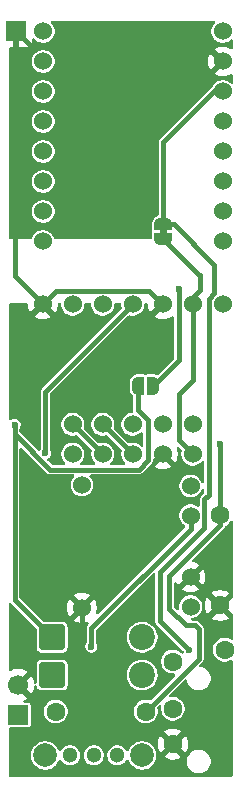
<source format=gbl>
G04 #@! TF.GenerationSoftware,KiCad,Pcbnew,9.0.2*
G04 #@! TF.CreationDate,2025-07-09T03:39:24-04:00*
G04 #@! TF.ProjectId,FBT,4642542e-6b69-4636-9164-5f7063625858,rev?*
G04 #@! TF.SameCoordinates,Original*
G04 #@! TF.FileFunction,Copper,L2,Bot*
G04 #@! TF.FilePolarity,Positive*
%FSLAX46Y46*%
G04 Gerber Fmt 4.6, Leading zero omitted, Abs format (unit mm)*
G04 Created by KiCad (PCBNEW 9.0.2) date 2025-07-09 03:39:24*
%MOMM*%
%LPD*%
G01*
G04 APERTURE LIST*
G04 Aperture macros list*
%AMRoundRect*
0 Rectangle with rounded corners*
0 $1 Rounding radius*
0 $2 $3 $4 $5 $6 $7 $8 $9 X,Y pos of 4 corners*
0 Add a 4 corners polygon primitive as box body*
4,1,4,$2,$3,$4,$5,$6,$7,$8,$9,$2,$3,0*
0 Add four circle primitives for the rounded corners*
1,1,$1+$1,$2,$3*
1,1,$1+$1,$4,$5*
1,1,$1+$1,$6,$7*
1,1,$1+$1,$8,$9*
0 Add four rect primitives between the rounded corners*
20,1,$1+$1,$2,$3,$4,$5,0*
20,1,$1+$1,$4,$5,$6,$7,0*
20,1,$1+$1,$6,$7,$8,$9,0*
20,1,$1+$1,$8,$9,$2,$3,0*%
%AMFreePoly0*
4,1,23,0.500000,-0.750000,0.000000,-0.750000,0.000000,-0.745722,-0.065263,-0.745722,-0.191342,-0.711940,-0.304381,-0.646677,-0.396677,-0.554381,-0.461940,-0.441342,-0.495722,-0.315263,-0.495722,-0.250000,-0.500000,-0.250000,-0.500000,0.250000,-0.495722,0.250000,-0.495722,0.315263,-0.461940,0.441342,-0.396677,0.554381,-0.304381,0.646677,-0.191342,0.711940,-0.065263,0.745722,0.000000,0.745722,
0.000000,0.750000,0.500000,0.750000,0.500000,-0.750000,0.500000,-0.750000,$1*%
%AMFreePoly1*
4,1,23,0.000000,0.745722,0.065263,0.745722,0.191342,0.711940,0.304381,0.646677,0.396677,0.554381,0.461940,0.441342,0.495722,0.315263,0.495722,0.250000,0.500000,0.250000,0.500000,-0.250000,0.495722,-0.250000,0.495722,-0.315263,0.461940,-0.441342,0.396677,-0.554381,0.304381,-0.646677,0.191342,-0.711940,0.065263,-0.745722,0.000000,-0.745722,0.000000,-0.750000,-0.500000,-0.750000,
-0.500000,0.750000,0.000000,0.750000,0.000000,0.745722,0.000000,0.745722,$1*%
G04 Aperture macros list end*
G04 #@! TA.AperFunction,EtchedComponent*
%ADD10C,0.000000*%
G04 #@! TD*
G04 #@! TA.AperFunction,ComponentPad*
%ADD11R,1.700000X1.700000*%
G04 #@! TD*
G04 #@! TA.AperFunction,ComponentPad*
%ADD12C,2.000000*%
G04 #@! TD*
G04 #@! TA.AperFunction,ComponentPad*
%ADD13C,1.300000*%
G04 #@! TD*
G04 #@! TA.AperFunction,ComponentPad*
%ADD14C,1.524000*%
G04 #@! TD*
G04 #@! TA.AperFunction,ComponentPad*
%ADD15C,1.600000*%
G04 #@! TD*
G04 #@! TA.AperFunction,ComponentPad*
%ADD16RoundRect,0.249999X-0.850001X-0.850001X0.850001X-0.850001X0.850001X0.850001X-0.850001X0.850001X0*%
G04 #@! TD*
G04 #@! TA.AperFunction,ComponentPad*
%ADD17C,2.200000*%
G04 #@! TD*
G04 #@! TA.AperFunction,ComponentPad*
%ADD18C,1.700000*%
G04 #@! TD*
G04 #@! TA.AperFunction,SMDPad,CuDef*
%ADD19FreePoly0,270.000000*%
G04 #@! TD*
G04 #@! TA.AperFunction,SMDPad,CuDef*
%ADD20FreePoly1,270.000000*%
G04 #@! TD*
G04 #@! TA.AperFunction,SMDPad,CuDef*
%ADD21FreePoly0,180.000000*%
G04 #@! TD*
G04 #@! TA.AperFunction,SMDPad,CuDef*
%ADD22FreePoly1,180.000000*%
G04 #@! TD*
G04 #@! TA.AperFunction,ViaPad*
%ADD23C,0.600000*%
G04 #@! TD*
G04 #@! TA.AperFunction,Conductor*
%ADD24C,0.400000*%
G04 #@! TD*
G04 APERTURE END LIST*
D10*
G04 #@! TA.AperFunction,EtchedComponent*
G36*
X105400000Y-65700000D02*
G01*
X104800000Y-65700000D01*
X104800000Y-65200000D01*
X105400000Y-65200000D01*
X105400000Y-65700000D01*
G37*
G04 #@! TD.AperFunction*
D11*
X92600000Y-48500000D03*
D12*
X95100000Y-109800000D03*
X103300000Y-109800000D03*
D13*
X97200000Y-109800000D03*
X99200000Y-109800000D03*
X101200000Y-109800000D03*
D14*
X110120000Y-71620000D03*
X107580000Y-71620000D03*
X105040000Y-71620000D03*
X102500000Y-71620000D03*
X99960000Y-71620000D03*
X97420000Y-71620000D03*
X94880000Y-71620000D03*
X97420000Y-81780000D03*
X99960000Y-81780000D03*
X102500000Y-81780000D03*
X105040000Y-81780000D03*
X107580000Y-81780000D03*
D15*
X105900000Y-101855000D03*
X105900000Y-105855000D03*
X105900000Y-108855000D03*
X110300000Y-100855000D03*
D16*
X95680000Y-103000000D03*
D17*
X103300000Y-103000000D03*
D15*
X103600000Y-106100000D03*
X95980000Y-106100000D03*
D14*
X98200000Y-86900000D03*
X98200000Y-97300000D03*
X107400000Y-97200000D03*
X107400000Y-94700000D03*
X107400000Y-89500000D03*
X107400000Y-87000000D03*
D11*
X92800000Y-106375000D03*
D18*
X92800000Y-103835000D03*
D16*
X95680000Y-99800000D03*
D17*
X103300000Y-99800000D03*
D15*
X109900000Y-97110000D03*
X109900000Y-89490000D03*
D14*
X94920000Y-48510000D03*
X94920000Y-51050000D03*
X94920000Y-53590000D03*
X94920000Y-56130000D03*
X94920000Y-58670000D03*
X94920000Y-61210000D03*
X94920000Y-63750000D03*
X94880000Y-66290000D03*
X110120000Y-66290000D03*
X110120000Y-63750000D03*
X110120000Y-61210000D03*
X110120000Y-58670000D03*
X110120000Y-56130000D03*
X110120000Y-53590000D03*
X110120000Y-51050000D03*
X110120000Y-48510000D03*
X107580000Y-84300000D03*
X105040000Y-84300000D03*
X102500000Y-84300000D03*
X99960000Y-84300000D03*
X97420000Y-84300000D03*
D19*
X105100000Y-64800000D03*
D20*
X105100000Y-66100000D03*
D21*
X104250000Y-78500000D03*
D22*
X102950000Y-78500000D03*
D23*
X107300000Y-100900000D03*
X95100000Y-84200000D03*
X105500000Y-100400000D03*
X99000000Y-100600000D03*
X92500000Y-81800000D03*
X106400000Y-70300000D03*
X109900000Y-83400000D03*
D24*
X108957000Y-87743000D02*
X108563000Y-88137000D01*
X104800000Y-98400000D02*
X107300000Y-100900000D01*
X108563000Y-90537000D02*
X104800000Y-94300000D01*
X105100000Y-64800000D02*
X105955000Y-64800000D01*
X108957000Y-71138269D02*
X108957000Y-87743000D01*
X104800000Y-94300000D02*
X104800000Y-98400000D01*
X109410000Y-53590000D02*
X105100000Y-57900000D01*
X109400000Y-68245000D02*
X109400000Y-70695269D01*
X105100000Y-57900000D02*
X105100000Y-64800000D01*
X110120000Y-53590000D02*
X109410000Y-53590000D01*
X109400000Y-70695269D02*
X108957000Y-71138269D01*
X105955000Y-64800000D02*
X109400000Y-68245000D01*
X108563000Y-88137000D02*
X108563000Y-90537000D01*
X95100000Y-79020000D02*
X102500000Y-71620000D01*
X95100000Y-84200000D02*
X95100000Y-79020000D01*
X92500000Y-69240000D02*
X92500000Y-48600000D01*
X105040000Y-71620000D02*
X103877000Y-70457000D01*
X94258000Y-101400000D02*
X96707580Y-101400000D01*
X104500000Y-101400000D02*
X105500000Y-100400000D01*
X94880000Y-71620000D02*
X92500000Y-69240000D01*
X98200000Y-99907580D02*
X98200000Y-101091364D01*
X92800000Y-103800000D02*
X94100000Y-102500000D01*
X96043000Y-70457000D02*
X94880000Y-71620000D01*
X98508636Y-101400000D02*
X104500000Y-101400000D01*
X109900000Y-97110000D02*
X109810000Y-97110000D01*
X105900000Y-108855000D02*
X109700000Y-105055000D01*
X98200000Y-99907580D02*
X98200000Y-97300000D01*
X109700000Y-102529375D02*
X108900000Y-101729375D01*
X94100000Y-102500000D02*
X94100000Y-101558000D01*
X92500000Y-48600000D02*
X92600000Y-48500000D01*
X108743000Y-49673000D02*
X110120000Y-51050000D01*
X98200000Y-101091364D02*
X98508636Y-101400000D01*
X94100000Y-101558000D02*
X94258000Y-101400000D01*
X103877000Y-70457000D02*
X96043000Y-70457000D01*
X93773000Y-49673000D02*
X108743000Y-49673000D01*
X92800000Y-103900000D02*
X92800000Y-103800000D01*
X96707580Y-101400000D02*
X98200000Y-99907580D01*
X109700000Y-105055000D02*
X109700000Y-102529375D01*
X108900000Y-98110000D02*
X109900000Y-97110000D01*
X108900000Y-101729375D02*
X108900000Y-98110000D01*
X92600000Y-48500000D02*
X93773000Y-49673000D01*
X109810000Y-97110000D02*
X107400000Y-94700000D01*
X107400000Y-90600000D02*
X107400000Y-89500000D01*
X99000000Y-99000000D02*
X107400000Y-90600000D01*
X99000000Y-100600000D02*
X99000000Y-99000000D01*
X102950000Y-78500000D02*
X102950000Y-80585269D01*
X92500000Y-81800000D02*
X92500000Y-96620000D01*
X92500000Y-96620000D02*
X95680000Y-99800000D01*
X102950000Y-80585269D02*
X103800000Y-81435269D01*
X103800000Y-84800000D02*
X103000000Y-85600000D01*
X92500000Y-82591364D02*
X92500000Y-81800000D01*
X103000000Y-85600000D02*
X95508636Y-85600000D01*
X103800000Y-81435269D02*
X103800000Y-84800000D01*
X95508636Y-85600000D02*
X92500000Y-82591364D01*
X108100000Y-69100000D02*
X105100000Y-66100000D01*
X107580000Y-78020000D02*
X107580000Y-71620000D01*
X108200000Y-70360000D02*
X108200000Y-69100000D01*
X106417000Y-79183000D02*
X107580000Y-78020000D01*
X107580000Y-84300000D02*
X106417000Y-83137000D01*
X107580000Y-70980000D02*
X108200000Y-70360000D01*
X107580000Y-71620000D02*
X107580000Y-70980000D01*
X108200000Y-69100000D02*
X108100000Y-69100000D01*
X106417000Y-83137000D02*
X106417000Y-79183000D01*
X99960000Y-81780000D02*
X99980000Y-81780000D01*
X99980000Y-81780000D02*
X102500000Y-84300000D01*
X97420000Y-81780000D02*
X97440000Y-81780000D01*
X97440000Y-81780000D02*
X99960000Y-84300000D01*
X106400000Y-76350000D02*
X106400000Y-70300000D01*
X104250000Y-78500000D02*
X106400000Y-76350000D01*
X108100000Y-99100000D02*
X107800000Y-98800000D01*
X107000000Y-98800000D02*
X105600000Y-97400000D01*
X105600000Y-97400000D02*
X105600000Y-94600000D01*
X109900000Y-83400000D02*
X109900000Y-89490000D01*
X105600000Y-94600000D02*
X109900000Y-90300000D01*
X107800000Y-98800000D02*
X107000000Y-98800000D01*
X109900000Y-90300000D02*
X109900000Y-89490000D01*
X103600000Y-106100000D02*
X108100000Y-101600000D01*
X108100000Y-101600000D02*
X108100000Y-99100000D01*
G04 #@! TA.AperFunction,Conductor*
G36*
X106381510Y-83680777D02*
G01*
X106420922Y-83707315D01*
X106620623Y-83907016D01*
X106654108Y-83968339D01*
X106654559Y-84018888D01*
X106617500Y-84205197D01*
X106617500Y-84394802D01*
X106654486Y-84580743D01*
X106654488Y-84580751D01*
X106727042Y-84755912D01*
X106832377Y-84913558D01*
X106966441Y-85047622D01*
X107071300Y-85117686D01*
X107124085Y-85152956D01*
X107299249Y-85225512D01*
X107485197Y-85262499D01*
X107485201Y-85262500D01*
X107485202Y-85262500D01*
X107674799Y-85262500D01*
X107674800Y-85262499D01*
X107860751Y-85225512D01*
X108035915Y-85152956D01*
X108193558Y-85047622D01*
X108327622Y-84913558D01*
X108329396Y-84910902D01*
X108330685Y-84909824D01*
X108331486Y-84908850D01*
X108331670Y-84909001D01*
X108383007Y-84866097D01*
X108452331Y-84857387D01*
X108515360Y-84887540D01*
X108552081Y-84946982D01*
X108556500Y-84979791D01*
X108556500Y-86653513D01*
X108536815Y-86720552D01*
X108484011Y-86766307D01*
X108414853Y-86776251D01*
X108351297Y-86747226D01*
X108317939Y-86700966D01*
X108252957Y-86544087D01*
X108147622Y-86386441D01*
X108013558Y-86252377D01*
X107855912Y-86147042D01*
X107680751Y-86074488D01*
X107680743Y-86074486D01*
X107494802Y-86037500D01*
X107494798Y-86037500D01*
X107305202Y-86037500D01*
X107305197Y-86037500D01*
X107119256Y-86074486D01*
X107119248Y-86074488D01*
X106944087Y-86147042D01*
X106786441Y-86252377D01*
X106652377Y-86386441D01*
X106547042Y-86544087D01*
X106474488Y-86719248D01*
X106474486Y-86719256D01*
X106437500Y-86905197D01*
X106437500Y-87094802D01*
X106474486Y-87280743D01*
X106474488Y-87280751D01*
X106547042Y-87455912D01*
X106652377Y-87613558D01*
X106786441Y-87747622D01*
X106858436Y-87795727D01*
X106944085Y-87852956D01*
X106944086Y-87852956D01*
X106944087Y-87852957D01*
X106967126Y-87862500D01*
X107119249Y-87925512D01*
X107233185Y-87948175D01*
X107305197Y-87962499D01*
X107305201Y-87962500D01*
X107305202Y-87962500D01*
X107494799Y-87962500D01*
X107494800Y-87962499D01*
X107680751Y-87925512D01*
X107855915Y-87852956D01*
X108013558Y-87747622D01*
X108147622Y-87613558D01*
X108252956Y-87455915D01*
X108317939Y-87299032D01*
X108361780Y-87244630D01*
X108428074Y-87222565D01*
X108495774Y-87239844D01*
X108543384Y-87290982D01*
X108556500Y-87346486D01*
X108556500Y-87525745D01*
X108536815Y-87592784D01*
X108520181Y-87613426D01*
X108242522Y-87891084D01*
X108242518Y-87891090D01*
X108189793Y-87982410D01*
X108185810Y-87997279D01*
X108162500Y-88084273D01*
X108162500Y-88619909D01*
X108142815Y-88686948D01*
X108090011Y-88732703D01*
X108020853Y-88742647D01*
X107969610Y-88723012D01*
X107907938Y-88681805D01*
X107855915Y-88647044D01*
X107855912Y-88647042D01*
X107855911Y-88647042D01*
X107680751Y-88574488D01*
X107680743Y-88574486D01*
X107494802Y-88537500D01*
X107494798Y-88537500D01*
X107305202Y-88537500D01*
X107305197Y-88537500D01*
X107119256Y-88574486D01*
X107119248Y-88574488D01*
X106944087Y-88647042D01*
X106786441Y-88752377D01*
X106652377Y-88886441D01*
X106547042Y-89044087D01*
X106474488Y-89219248D01*
X106474486Y-89219256D01*
X106437500Y-89405197D01*
X106437500Y-89594802D01*
X106474486Y-89780743D01*
X106474488Y-89780751D01*
X106547042Y-89955912D01*
X106652377Y-90113558D01*
X106786441Y-90247622D01*
X106900320Y-90323713D01*
X106945125Y-90377325D01*
X106953832Y-90446650D01*
X106923678Y-90509677D01*
X106919110Y-90514496D01*
X99600174Y-97833432D01*
X99538851Y-97866917D01*
X99469159Y-97861933D01*
X99413226Y-97820061D01*
X99388809Y-97754597D01*
X99394562Y-97707432D01*
X99430925Y-97595519D01*
X99462000Y-97399321D01*
X99462000Y-97200678D01*
X99430924Y-97004479D01*
X99430924Y-97004476D01*
X99369542Y-96815562D01*
X99279358Y-96638567D01*
X99252268Y-96601283D01*
X98642138Y-97211415D01*
X98619333Y-97126306D01*
X98560090Y-97023694D01*
X98476306Y-96939910D01*
X98373694Y-96880667D01*
X98288585Y-96857861D01*
X98898716Y-96247731D01*
X98898715Y-96247730D01*
X98861432Y-96220641D01*
X98684437Y-96130457D01*
X98495522Y-96069075D01*
X98299321Y-96038000D01*
X98100679Y-96038000D01*
X97904479Y-96069075D01*
X97904476Y-96069075D01*
X97715562Y-96130457D01*
X97538564Y-96220643D01*
X97501283Y-96247729D01*
X97501282Y-96247730D01*
X98111415Y-96857861D01*
X98026306Y-96880667D01*
X97923694Y-96939910D01*
X97839910Y-97023694D01*
X97780667Y-97126306D01*
X97757861Y-97211414D01*
X97147730Y-96601282D01*
X97147729Y-96601283D01*
X97120643Y-96638564D01*
X97030457Y-96815562D01*
X96969075Y-97004476D01*
X96969075Y-97004479D01*
X96938000Y-97200678D01*
X96938000Y-97399321D01*
X96969075Y-97595520D01*
X96969075Y-97595523D01*
X97030457Y-97784437D01*
X97120641Y-97961432D01*
X97147730Y-97998715D01*
X97147731Y-97998716D01*
X97757861Y-97388585D01*
X97780667Y-97473694D01*
X97839910Y-97576306D01*
X97923694Y-97660090D01*
X98026306Y-97719333D01*
X98111415Y-97742138D01*
X97501283Y-98352268D01*
X97501283Y-98352269D01*
X97538567Y-98379358D01*
X97715562Y-98469542D01*
X97904477Y-98530924D01*
X98100679Y-98562000D01*
X98299321Y-98562000D01*
X98495519Y-98530925D01*
X98607432Y-98494562D01*
X98677274Y-98492567D01*
X98737107Y-98528647D01*
X98767935Y-98591348D01*
X98759971Y-98660762D01*
X98733433Y-98700174D01*
X98679519Y-98754088D01*
X98679518Y-98754090D01*
X98626792Y-98845412D01*
X98626793Y-98845413D01*
X98599500Y-98947273D01*
X98599500Y-100259460D01*
X98582887Y-100321460D01*
X98533609Y-100406810D01*
X98533609Y-100406811D01*
X98533608Y-100406813D01*
X98533608Y-100406814D01*
X98499500Y-100534108D01*
X98499500Y-100665892D01*
X98509783Y-100704270D01*
X98533608Y-100793187D01*
X98566554Y-100850250D01*
X98599500Y-100907314D01*
X98692686Y-101000500D01*
X98806814Y-101066392D01*
X98934108Y-101100500D01*
X98934110Y-101100500D01*
X99065890Y-101100500D01*
X99065892Y-101100500D01*
X99193186Y-101066392D01*
X99307314Y-101000500D01*
X99400500Y-100907314D01*
X99466392Y-100793186D01*
X99500500Y-100665892D01*
X99500500Y-100534108D01*
X99466392Y-100406814D01*
X99462169Y-100399500D01*
X99417113Y-100321460D01*
X99400500Y-100259460D01*
X99400500Y-99697648D01*
X101999500Y-99697648D01*
X101999500Y-99902351D01*
X102031522Y-100104534D01*
X102094781Y-100299223D01*
X102187715Y-100481613D01*
X102308028Y-100647213D01*
X102452786Y-100791971D01*
X102607749Y-100904556D01*
X102618390Y-100912287D01*
X102704739Y-100956284D01*
X102800776Y-101005218D01*
X102800778Y-101005218D01*
X102800781Y-101005220D01*
X102875049Y-101029351D01*
X102995465Y-101068477D01*
X103054707Y-101077860D01*
X103197648Y-101100500D01*
X103197649Y-101100500D01*
X103402351Y-101100500D01*
X103402352Y-101100500D01*
X103604534Y-101068477D01*
X103799219Y-101005220D01*
X103981610Y-100912287D01*
X104074590Y-100844732D01*
X104147213Y-100791971D01*
X104147215Y-100791968D01*
X104147219Y-100791966D01*
X104291966Y-100647219D01*
X104291968Y-100647215D01*
X104291971Y-100647213D01*
X104353038Y-100563160D01*
X104412287Y-100481610D01*
X104505220Y-100299219D01*
X104568477Y-100104534D01*
X104600500Y-99902352D01*
X104600500Y-99697648D01*
X104568477Y-99495466D01*
X104505220Y-99300781D01*
X104505218Y-99300778D01*
X104505218Y-99300776D01*
X104454124Y-99200500D01*
X104412287Y-99118390D01*
X104360618Y-99047273D01*
X104291971Y-98952786D01*
X104147213Y-98808028D01*
X103981613Y-98687715D01*
X103981612Y-98687714D01*
X103981610Y-98687713D01*
X103899571Y-98645912D01*
X103799223Y-98594781D01*
X103604534Y-98531522D01*
X103420371Y-98502354D01*
X103402352Y-98499500D01*
X103197648Y-98499500D01*
X103179635Y-98502353D01*
X102995465Y-98531522D01*
X102800776Y-98594781D01*
X102618386Y-98687715D01*
X102452786Y-98808028D01*
X102308028Y-98952786D01*
X102187715Y-99118386D01*
X102094781Y-99300776D01*
X102031522Y-99495465D01*
X101999500Y-99697648D01*
X99400500Y-99697648D01*
X99400500Y-99217254D01*
X99420185Y-99150215D01*
X99436814Y-99129578D01*
X104187819Y-94378572D01*
X104249142Y-94345088D01*
X104318834Y-94350072D01*
X104374767Y-94391944D01*
X104399184Y-94457408D01*
X104399500Y-94466254D01*
X104399500Y-98347273D01*
X104399500Y-98452727D01*
X104406679Y-98479520D01*
X104426793Y-98554589D01*
X104449998Y-98594780D01*
X104479520Y-98645913D01*
X104479522Y-98645915D01*
X106776005Y-100942398D01*
X106784022Y-100956284D01*
X106794206Y-100965542D01*
X106808099Y-100997986D01*
X106816503Y-101029351D01*
X106814840Y-101099201D01*
X106775677Y-101157063D01*
X106711448Y-101184567D01*
X106642546Y-101172980D01*
X106609047Y-101149125D01*
X106537785Y-101077863D01*
X106537781Y-101077860D01*
X106373920Y-100968371D01*
X106373907Y-100968364D01*
X106191839Y-100892950D01*
X106191829Y-100892947D01*
X105998543Y-100854500D01*
X105998541Y-100854500D01*
X105801459Y-100854500D01*
X105801457Y-100854500D01*
X105608170Y-100892947D01*
X105608160Y-100892950D01*
X105426092Y-100968364D01*
X105426079Y-100968371D01*
X105262218Y-101077860D01*
X105262214Y-101077863D01*
X105122863Y-101217214D01*
X105122860Y-101217218D01*
X105013371Y-101381079D01*
X105013364Y-101381092D01*
X104937950Y-101563160D01*
X104937947Y-101563170D01*
X104899500Y-101756456D01*
X104899500Y-101756459D01*
X104899500Y-101953541D01*
X104899500Y-101953543D01*
X104899499Y-101953543D01*
X104937947Y-102146829D01*
X104937950Y-102146839D01*
X105013364Y-102328907D01*
X105013371Y-102328920D01*
X105122860Y-102492781D01*
X105122863Y-102492785D01*
X105262214Y-102632136D01*
X105262218Y-102632139D01*
X105426079Y-102741628D01*
X105426092Y-102741635D01*
X105608160Y-102817049D01*
X105608165Y-102817051D01*
X105608169Y-102817051D01*
X105608170Y-102817052D01*
X105801456Y-102855500D01*
X105978744Y-102855500D01*
X106045783Y-102875185D01*
X106091538Y-102927989D01*
X106101482Y-102997147D01*
X106072457Y-103060703D01*
X106066425Y-103067181D01*
X104023835Y-105109770D01*
X103962512Y-105143255D01*
X103897994Y-105138641D01*
X103897668Y-105139718D01*
X103892921Y-105138278D01*
X103892820Y-105138271D01*
X103892559Y-105138168D01*
X103891833Y-105137948D01*
X103698543Y-105099500D01*
X103698541Y-105099500D01*
X103501459Y-105099500D01*
X103501457Y-105099500D01*
X103308170Y-105137947D01*
X103308160Y-105137950D01*
X103126092Y-105213364D01*
X103126079Y-105213371D01*
X102962218Y-105322860D01*
X102962214Y-105322863D01*
X102822863Y-105462214D01*
X102822860Y-105462218D01*
X102713371Y-105626079D01*
X102713364Y-105626092D01*
X102637950Y-105808160D01*
X102637947Y-105808170D01*
X102599500Y-106001456D01*
X102599500Y-106001459D01*
X102599500Y-106198541D01*
X102599500Y-106198543D01*
X102599499Y-106198543D01*
X102637947Y-106391829D01*
X102637950Y-106391839D01*
X102713364Y-106573907D01*
X102713371Y-106573920D01*
X102822860Y-106737781D01*
X102822863Y-106737785D01*
X102962214Y-106877136D01*
X102962218Y-106877139D01*
X103126079Y-106986628D01*
X103126092Y-106986635D01*
X103308160Y-107062049D01*
X103308165Y-107062051D01*
X103308169Y-107062051D01*
X103308170Y-107062052D01*
X103501456Y-107100500D01*
X103501459Y-107100500D01*
X103698543Y-107100500D01*
X103828582Y-107074632D01*
X103891835Y-107062051D01*
X104073914Y-106986632D01*
X104237782Y-106877139D01*
X104377139Y-106737782D01*
X104486632Y-106573914D01*
X104562051Y-106391835D01*
X104600500Y-106198541D01*
X104600500Y-106001459D01*
X104600500Y-106001456D01*
X104562052Y-105808171D01*
X104562052Y-105808170D01*
X104562051Y-105808165D01*
X104562047Y-105808157D01*
X104560284Y-105802342D01*
X104562316Y-105801725D01*
X104561208Y-105791413D01*
X104554225Y-105772690D01*
X104557553Y-105757388D01*
X104555881Y-105741815D01*
X104564829Y-105723942D01*
X104569077Y-105704417D01*
X104585771Y-105682115D01*
X104587162Y-105679339D01*
X104590200Y-105676191D01*
X104707186Y-105559205D01*
X104768507Y-105525722D01*
X104838199Y-105530706D01*
X104894132Y-105572578D01*
X104918549Y-105638042D01*
X104916482Y-105671079D01*
X104899500Y-105756454D01*
X104899500Y-105756459D01*
X104899500Y-105953541D01*
X104899500Y-105953543D01*
X104899499Y-105953543D01*
X104937947Y-106146829D01*
X104937950Y-106146839D01*
X105013364Y-106328907D01*
X105013371Y-106328920D01*
X105122860Y-106492781D01*
X105122863Y-106492785D01*
X105262214Y-106632136D01*
X105262218Y-106632139D01*
X105426079Y-106741628D01*
X105426092Y-106741635D01*
X105608160Y-106817049D01*
X105608165Y-106817051D01*
X105608169Y-106817051D01*
X105608170Y-106817052D01*
X105801456Y-106855500D01*
X105801459Y-106855500D01*
X105998543Y-106855500D01*
X106128582Y-106829632D01*
X106191835Y-106817051D01*
X106373914Y-106741632D01*
X106537782Y-106632139D01*
X106677139Y-106492782D01*
X106786632Y-106328914D01*
X106862051Y-106146835D01*
X106874632Y-106083582D01*
X106900500Y-105953543D01*
X106900500Y-105756456D01*
X106862052Y-105563170D01*
X106862051Y-105563169D01*
X106862051Y-105563165D01*
X106813839Y-105446769D01*
X106786635Y-105381092D01*
X106786628Y-105381079D01*
X106677139Y-105217218D01*
X106677136Y-105217214D01*
X106537785Y-105077863D01*
X106537781Y-105077860D01*
X106373920Y-104968371D01*
X106373907Y-104968364D01*
X106191839Y-104892950D01*
X106191829Y-104892947D01*
X105998543Y-104854500D01*
X105998541Y-104854500D01*
X105801459Y-104854500D01*
X105801454Y-104854500D01*
X105716079Y-104871482D01*
X105646487Y-104865255D01*
X105591310Y-104822391D01*
X105568066Y-104756501D01*
X105584134Y-104688505D01*
X105604203Y-104662188D01*
X106896199Y-103370192D01*
X106957520Y-103336709D01*
X107027212Y-103341693D01*
X107083145Y-103383565D01*
X107105495Y-103433683D01*
X107137947Y-103596829D01*
X107137950Y-103596839D01*
X107213364Y-103778907D01*
X107213371Y-103778920D01*
X107322860Y-103942781D01*
X107322863Y-103942785D01*
X107462214Y-104082136D01*
X107462218Y-104082139D01*
X107626079Y-104191628D01*
X107626092Y-104191635D01*
X107808160Y-104267049D01*
X107808165Y-104267051D01*
X107808169Y-104267051D01*
X107808170Y-104267052D01*
X108001456Y-104305500D01*
X108001459Y-104305500D01*
X108198543Y-104305500D01*
X108328582Y-104279632D01*
X108391835Y-104267051D01*
X108573914Y-104191632D01*
X108737782Y-104082139D01*
X108877139Y-103942782D01*
X108986632Y-103778914D01*
X109000306Y-103745903D01*
X109054573Y-103614888D01*
X109062051Y-103596835D01*
X109077560Y-103518869D01*
X109100500Y-103403543D01*
X109100500Y-103206456D01*
X109062052Y-103013170D01*
X109062051Y-103013169D01*
X109062051Y-103013165D01*
X109055416Y-102997147D01*
X108986635Y-102831092D01*
X108986628Y-102831079D01*
X108877139Y-102667218D01*
X108877136Y-102667214D01*
X108737785Y-102527863D01*
X108737781Y-102527860D01*
X108573920Y-102418371D01*
X108573907Y-102418364D01*
X108391839Y-102342950D01*
X108391829Y-102342947D01*
X108228684Y-102310495D01*
X108166773Y-102278110D01*
X108132199Y-102217394D01*
X108135940Y-102147624D01*
X108165195Y-102101197D01*
X108170663Y-102095729D01*
X108420480Y-101845913D01*
X108473207Y-101754588D01*
X108500500Y-101652727D01*
X108500500Y-101547273D01*
X108500500Y-99047273D01*
X108495942Y-99030263D01*
X108475183Y-98952786D01*
X108473208Y-98945413D01*
X108444525Y-98895734D01*
X108420480Y-98854087D01*
X108045913Y-98479520D01*
X107999505Y-98452726D01*
X107954589Y-98426793D01*
X107891914Y-98410000D01*
X107852727Y-98399500D01*
X107852726Y-98399500D01*
X107562313Y-98399500D01*
X107495274Y-98379815D01*
X107449519Y-98327011D01*
X107439575Y-98257853D01*
X107468600Y-98194297D01*
X107527378Y-98156523D01*
X107538122Y-98153883D01*
X107609806Y-98139623D01*
X107680751Y-98125512D01*
X107855915Y-98052956D01*
X108013558Y-97947622D01*
X108147622Y-97813558D01*
X108252956Y-97655915D01*
X108325512Y-97480751D01*
X108362500Y-97294798D01*
X108362500Y-97105202D01*
X108325512Y-96919249D01*
X108252956Y-96744085D01*
X108164010Y-96610968D01*
X108147622Y-96586441D01*
X108013558Y-96452377D01*
X107855912Y-96347042D01*
X107680751Y-96274488D01*
X107680743Y-96274486D01*
X107494802Y-96237500D01*
X107494798Y-96237500D01*
X107305202Y-96237500D01*
X107305197Y-96237500D01*
X107119256Y-96274486D01*
X107119248Y-96274488D01*
X106944087Y-96347042D01*
X106786441Y-96452377D01*
X106652377Y-96586441D01*
X106547042Y-96744087D01*
X106474488Y-96919248D01*
X106474486Y-96919256D01*
X106437500Y-97105197D01*
X106437500Y-97105202D01*
X106437500Y-97294798D01*
X106450319Y-97359244D01*
X106451191Y-97363627D01*
X106444963Y-97433219D01*
X106402099Y-97488396D01*
X106336209Y-97511640D01*
X106268212Y-97495572D01*
X106241892Y-97475499D01*
X106036819Y-97270426D01*
X106003334Y-97209103D01*
X106000500Y-97182745D01*
X106000500Y-95249618D01*
X106020185Y-95182579D01*
X106072989Y-95136824D01*
X106142147Y-95126880D01*
X106205703Y-95155905D01*
X106234985Y-95193323D01*
X106320641Y-95361432D01*
X106347730Y-95398715D01*
X106957861Y-94788584D01*
X106980667Y-94873694D01*
X107039910Y-94976306D01*
X107123694Y-95060090D01*
X107226306Y-95119333D01*
X107311414Y-95142137D01*
X106701283Y-95752268D01*
X106701283Y-95752269D01*
X106738567Y-95779358D01*
X106915562Y-95869542D01*
X107104477Y-95930924D01*
X107300679Y-95962000D01*
X107499321Y-95962000D01*
X107541560Y-95955310D01*
X107695520Y-95930924D01*
X107695523Y-95930924D01*
X107884437Y-95869542D01*
X108061425Y-95779362D01*
X108098716Y-95752268D01*
X107488585Y-95142137D01*
X107573694Y-95119333D01*
X107676306Y-95060090D01*
X107760090Y-94976306D01*
X107819333Y-94873694D01*
X107842138Y-94788585D01*
X108452268Y-95398715D01*
X108479362Y-95361425D01*
X108569542Y-95184437D01*
X108630924Y-94995523D01*
X108630924Y-94995520D01*
X108662000Y-94799321D01*
X108662000Y-94600678D01*
X108630924Y-94404479D01*
X108630924Y-94404476D01*
X108569542Y-94215562D01*
X108479358Y-94038567D01*
X108452268Y-94001283D01*
X107842137Y-94611414D01*
X107819333Y-94526306D01*
X107760090Y-94423694D01*
X107676306Y-94339910D01*
X107573694Y-94280667D01*
X107488584Y-94257861D01*
X108098715Y-93647730D01*
X108061432Y-93620641D01*
X107884437Y-93530457D01*
X107695522Y-93469075D01*
X107592129Y-93452699D01*
X107528995Y-93422769D01*
X107492064Y-93363458D01*
X107493062Y-93293595D01*
X107523845Y-93242547D01*
X110220480Y-90545913D01*
X110273207Y-90454587D01*
X110273207Y-90454586D01*
X110277271Y-90447548D01*
X110279359Y-90448754D01*
X110315507Y-90403893D01*
X110338776Y-90391185D01*
X110373914Y-90376632D01*
X110537782Y-90267139D01*
X110677139Y-90127782D01*
X110686643Y-90113558D01*
X110772398Y-89985217D01*
X110826010Y-89940412D01*
X110895335Y-89931705D01*
X110958362Y-89961859D01*
X110995082Y-90021302D01*
X110999500Y-90054108D01*
X110999500Y-96312690D01*
X110979815Y-96379729D01*
X110963181Y-96400371D01*
X110300000Y-97063552D01*
X110300000Y-97057339D01*
X110272741Y-96955606D01*
X110220080Y-96864394D01*
X110145606Y-96789920D01*
X110054394Y-96737259D01*
X109952661Y-96710000D01*
X109946446Y-96710000D01*
X110625922Y-96030524D01*
X110625921Y-96030523D01*
X110581359Y-95998147D01*
X110581350Y-95998141D01*
X110399031Y-95905244D01*
X110204417Y-95842009D01*
X110002317Y-95810000D01*
X109797683Y-95810000D01*
X109595582Y-95842009D01*
X109400968Y-95905244D01*
X109218644Y-95998143D01*
X109174077Y-96030523D01*
X109174077Y-96030524D01*
X109853554Y-96710000D01*
X109847339Y-96710000D01*
X109745606Y-96737259D01*
X109654394Y-96789920D01*
X109579920Y-96864394D01*
X109527259Y-96955606D01*
X109500000Y-97057339D01*
X109500000Y-97063553D01*
X108820524Y-96384077D01*
X108820523Y-96384077D01*
X108788143Y-96428644D01*
X108695244Y-96610968D01*
X108632009Y-96805582D01*
X108600000Y-97007682D01*
X108600000Y-97037582D01*
X108610087Y-97276008D01*
X108632009Y-97414417D01*
X108695244Y-97609031D01*
X108788141Y-97791350D01*
X108788147Y-97791359D01*
X108820523Y-97835921D01*
X108820524Y-97835922D01*
X109500000Y-97156446D01*
X109500000Y-97162661D01*
X109527259Y-97264394D01*
X109579920Y-97355606D01*
X109654394Y-97430080D01*
X109745606Y-97482741D01*
X109847339Y-97510000D01*
X109853553Y-97510000D01*
X109174076Y-98189474D01*
X109218650Y-98221859D01*
X109400968Y-98314755D01*
X109595582Y-98377990D01*
X109797683Y-98410000D01*
X110002317Y-98410000D01*
X110204417Y-98377990D01*
X110399031Y-98314755D01*
X110581349Y-98221859D01*
X110625921Y-98189474D01*
X109946447Y-97510000D01*
X109952661Y-97510000D01*
X110054394Y-97482741D01*
X110145606Y-97430080D01*
X110220080Y-97355606D01*
X110272741Y-97264394D01*
X110300000Y-97162661D01*
X110300000Y-97156447D01*
X110963181Y-97819628D01*
X110996666Y-97880951D01*
X110999500Y-97907309D01*
X110999500Y-99887111D01*
X110979815Y-99954150D01*
X110927011Y-99999905D01*
X110857853Y-100009849D01*
X110806610Y-99990214D01*
X110773918Y-99968370D01*
X110773907Y-99968364D01*
X110591839Y-99892950D01*
X110591829Y-99892947D01*
X110398543Y-99854500D01*
X110398541Y-99854500D01*
X110201459Y-99854500D01*
X110201457Y-99854500D01*
X110008170Y-99892947D01*
X110008160Y-99892950D01*
X109826092Y-99968364D01*
X109826079Y-99968371D01*
X109662218Y-100077860D01*
X109662214Y-100077863D01*
X109522863Y-100217214D01*
X109522860Y-100217218D01*
X109413371Y-100381079D01*
X109413364Y-100381092D01*
X109337950Y-100563160D01*
X109337947Y-100563170D01*
X109299500Y-100756456D01*
X109299500Y-100756459D01*
X109299500Y-100953541D01*
X109299500Y-100953543D01*
X109299499Y-100953543D01*
X109337947Y-101146829D01*
X109337950Y-101146839D01*
X109413364Y-101328907D01*
X109413371Y-101328920D01*
X109522860Y-101492781D01*
X109522863Y-101492785D01*
X109662214Y-101632136D01*
X109662218Y-101632139D01*
X109826079Y-101741628D01*
X109826092Y-101741635D01*
X109954400Y-101794781D01*
X110008165Y-101817051D01*
X110008169Y-101817051D01*
X110008170Y-101817052D01*
X110201456Y-101855500D01*
X110201459Y-101855500D01*
X110398543Y-101855500D01*
X110537550Y-101827849D01*
X110591835Y-101817051D01*
X110773914Y-101741632D01*
X110806609Y-101719785D01*
X110873285Y-101698908D01*
X110940666Y-101717392D01*
X110987356Y-101769370D01*
X110999500Y-101822888D01*
X110999500Y-111475500D01*
X110979815Y-111542539D01*
X110927011Y-111588294D01*
X110875500Y-111599500D01*
X92124500Y-111599500D01*
X92057461Y-111579815D01*
X92011706Y-111527011D01*
X92000500Y-111475500D01*
X92000500Y-109705513D01*
X93899500Y-109705513D01*
X93899500Y-109894486D01*
X93929059Y-110081118D01*
X93987454Y-110260836D01*
X94073240Y-110429199D01*
X94184310Y-110582073D01*
X94317927Y-110715690D01*
X94470801Y-110826760D01*
X94550347Y-110867290D01*
X94639163Y-110912545D01*
X94639165Y-110912545D01*
X94639168Y-110912547D01*
X94732218Y-110942781D01*
X94818881Y-110970940D01*
X95005514Y-111000500D01*
X95005519Y-111000500D01*
X95194486Y-111000500D01*
X95381118Y-110970940D01*
X95560832Y-110912547D01*
X95729199Y-110826760D01*
X95882073Y-110715690D01*
X96015690Y-110582073D01*
X96126760Y-110429199D01*
X96212547Y-110260832D01*
X96222698Y-110229590D01*
X96262131Y-110171919D01*
X96326489Y-110144720D01*
X96395336Y-110156632D01*
X96443729Y-110199020D01*
X96539373Y-110342161D01*
X96539376Y-110342165D01*
X96657837Y-110460626D01*
X96750494Y-110522537D01*
X96797137Y-110553703D01*
X96951918Y-110617816D01*
X97116228Y-110650499D01*
X97116232Y-110650500D01*
X97116233Y-110650500D01*
X97283768Y-110650500D01*
X97283769Y-110650499D01*
X97448082Y-110617816D01*
X97602863Y-110553703D01*
X97742162Y-110460626D01*
X97860626Y-110342162D01*
X97953703Y-110202863D01*
X98017816Y-110048082D01*
X98050500Y-109883767D01*
X98050500Y-109716233D01*
X98050499Y-109716228D01*
X98349500Y-109716228D01*
X98349500Y-109883771D01*
X98382182Y-110048074D01*
X98382184Y-110048082D01*
X98446295Y-110202860D01*
X98539373Y-110342162D01*
X98657837Y-110460626D01*
X98750494Y-110522537D01*
X98797137Y-110553703D01*
X98951918Y-110617816D01*
X99116228Y-110650499D01*
X99116232Y-110650500D01*
X99116233Y-110650500D01*
X99283768Y-110650500D01*
X99283769Y-110650499D01*
X99448082Y-110617816D01*
X99602863Y-110553703D01*
X99742162Y-110460626D01*
X99860626Y-110342162D01*
X99953703Y-110202863D01*
X100017816Y-110048082D01*
X100050500Y-109883767D01*
X100050500Y-109716233D01*
X100050499Y-109716228D01*
X100349500Y-109716228D01*
X100349500Y-109883771D01*
X100382182Y-110048074D01*
X100382184Y-110048082D01*
X100446295Y-110202860D01*
X100539373Y-110342162D01*
X100657837Y-110460626D01*
X100750494Y-110522537D01*
X100797137Y-110553703D01*
X100951918Y-110617816D01*
X101116228Y-110650499D01*
X101116232Y-110650500D01*
X101116233Y-110650500D01*
X101283768Y-110650500D01*
X101283769Y-110650499D01*
X101448082Y-110617816D01*
X101602863Y-110553703D01*
X101742162Y-110460626D01*
X101860626Y-110342162D01*
X101953703Y-110202863D01*
X101953703Y-110202862D01*
X101956270Y-110199021D01*
X102009882Y-110154215D01*
X102079207Y-110145508D01*
X102142234Y-110175662D01*
X102177301Y-110229590D01*
X102183905Y-110249914D01*
X102187454Y-110260836D01*
X102273240Y-110429199D01*
X102384310Y-110582073D01*
X102517927Y-110715690D01*
X102670801Y-110826760D01*
X102750347Y-110867290D01*
X102839163Y-110912545D01*
X102839165Y-110912545D01*
X102839168Y-110912547D01*
X102932218Y-110942781D01*
X103018881Y-110970940D01*
X103205514Y-111000500D01*
X103205519Y-111000500D01*
X103394486Y-111000500D01*
X103581118Y-110970940D01*
X103760832Y-110912547D01*
X103929199Y-110826760D01*
X104082073Y-110715690D01*
X104215690Y-110582073D01*
X104326760Y-110429199D01*
X104339832Y-110403543D01*
X107099499Y-110403543D01*
X107137947Y-110596829D01*
X107137950Y-110596839D01*
X107213364Y-110778907D01*
X107213371Y-110778920D01*
X107322860Y-110942781D01*
X107322863Y-110942785D01*
X107462214Y-111082136D01*
X107462218Y-111082139D01*
X107626079Y-111191628D01*
X107626092Y-111191635D01*
X107808160Y-111267049D01*
X107808165Y-111267051D01*
X107808169Y-111267051D01*
X107808170Y-111267052D01*
X108001456Y-111305500D01*
X108001459Y-111305500D01*
X108198543Y-111305500D01*
X108328582Y-111279632D01*
X108391835Y-111267051D01*
X108573914Y-111191632D01*
X108737782Y-111082139D01*
X108877139Y-110942782D01*
X108986632Y-110778914D01*
X109062051Y-110596835D01*
X109089145Y-110460626D01*
X109100500Y-110403543D01*
X109100500Y-110206456D01*
X109062052Y-110013170D01*
X109062051Y-110013169D01*
X109062051Y-110013165D01*
X109042871Y-109966859D01*
X108986635Y-109831092D01*
X108986628Y-109831079D01*
X108877139Y-109667218D01*
X108877136Y-109667214D01*
X108737785Y-109527863D01*
X108737781Y-109527860D01*
X108573920Y-109418371D01*
X108573907Y-109418364D01*
X108391839Y-109342950D01*
X108391829Y-109342947D01*
X108198543Y-109304500D01*
X108198541Y-109304500D01*
X108001459Y-109304500D01*
X108001457Y-109304500D01*
X107808170Y-109342947D01*
X107808160Y-109342950D01*
X107626092Y-109418364D01*
X107626079Y-109418371D01*
X107462218Y-109527860D01*
X107462214Y-109527863D01*
X107322863Y-109667214D01*
X107322860Y-109667218D01*
X107213371Y-109831079D01*
X107213364Y-109831092D01*
X107137950Y-110013160D01*
X107137947Y-110013170D01*
X107099500Y-110206456D01*
X107099500Y-110206459D01*
X107099500Y-110403541D01*
X107099500Y-110403543D01*
X107099499Y-110403543D01*
X104339832Y-110403543D01*
X104412547Y-110260832D01*
X104470940Y-110081118D01*
X104481703Y-110013165D01*
X104494166Y-109934474D01*
X105174076Y-109934474D01*
X105218650Y-109966859D01*
X105400968Y-110059755D01*
X105595582Y-110122990D01*
X105797683Y-110155000D01*
X106002317Y-110155000D01*
X106204417Y-110122990D01*
X106329228Y-110082436D01*
X106399031Y-110059755D01*
X106581349Y-109966859D01*
X106625921Y-109934474D01*
X106170711Y-109479264D01*
X106180070Y-109469905D01*
X106226148Y-109390095D01*
X106250000Y-109301078D01*
X106250000Y-108854999D01*
X106253553Y-108854999D01*
X106253553Y-108855001D01*
X106979474Y-109580922D01*
X106979474Y-109580921D01*
X107011859Y-109536349D01*
X107104755Y-109354031D01*
X107167990Y-109159417D01*
X107200000Y-108957317D01*
X107200000Y-108752682D01*
X107167990Y-108550582D01*
X107104755Y-108355968D01*
X107011859Y-108173650D01*
X106979474Y-108129077D01*
X106979474Y-108129076D01*
X106253553Y-108854999D01*
X106250000Y-108854999D01*
X106250000Y-108408922D01*
X106226148Y-108319905D01*
X106180070Y-108240095D01*
X106170710Y-108230735D01*
X106625922Y-107775524D01*
X106625921Y-107775523D01*
X106581359Y-107743147D01*
X106581350Y-107743141D01*
X106399031Y-107650244D01*
X106204417Y-107587009D01*
X106002317Y-107555000D01*
X105797683Y-107555000D01*
X105595582Y-107587009D01*
X105400968Y-107650244D01*
X105218644Y-107743143D01*
X105174077Y-107775523D01*
X105174077Y-107775524D01*
X105629289Y-108230735D01*
X105619930Y-108240095D01*
X105573852Y-108319905D01*
X105550000Y-108408922D01*
X105550000Y-109301078D01*
X105573852Y-109390095D01*
X105619930Y-109469905D01*
X105629288Y-109479263D01*
X105174076Y-109934474D01*
X104494166Y-109934474D01*
X104500500Y-109894486D01*
X104500500Y-109705513D01*
X104470940Y-109518881D01*
X104438281Y-109418368D01*
X104412547Y-109339168D01*
X104412545Y-109339165D01*
X104412545Y-109339163D01*
X104367290Y-109250347D01*
X104326760Y-109170801D01*
X104215690Y-109017927D01*
X104082073Y-108884310D01*
X104079422Y-108882384D01*
X104032304Y-108848149D01*
X104032281Y-108848134D01*
X103929199Y-108773240D01*
X103888852Y-108752682D01*
X104600000Y-108752682D01*
X104600000Y-108957317D01*
X104632009Y-109159417D01*
X104695244Y-109354031D01*
X104788141Y-109536350D01*
X104788147Y-109536359D01*
X104820523Y-109580921D01*
X104820524Y-109580922D01*
X105546446Y-108855001D01*
X105546446Y-108854999D01*
X104820524Y-108129077D01*
X104820523Y-108129077D01*
X104788143Y-108173644D01*
X104695244Y-108355968D01*
X104632009Y-108550582D01*
X104600000Y-108752682D01*
X103888852Y-108752682D01*
X103760836Y-108687454D01*
X103581118Y-108629059D01*
X103394486Y-108599500D01*
X103394481Y-108599500D01*
X103205519Y-108599500D01*
X103205514Y-108599500D01*
X103018881Y-108629059D01*
X102839163Y-108687454D01*
X102670800Y-108773240D01*
X102583579Y-108836610D01*
X102517927Y-108884310D01*
X102517925Y-108884312D01*
X102517924Y-108884312D01*
X102384312Y-109017924D01*
X102384312Y-109017925D01*
X102384310Y-109017927D01*
X102363698Y-109046297D01*
X102273240Y-109170800D01*
X102187455Y-109339162D01*
X102187453Y-109339167D01*
X102187453Y-109339168D01*
X102177301Y-109370409D01*
X102137864Y-109428083D01*
X102073505Y-109455280D01*
X102004659Y-109443365D01*
X101956270Y-109400979D01*
X101917495Y-109342949D01*
X101860626Y-109257838D01*
X101860625Y-109257837D01*
X101860623Y-109257834D01*
X101742162Y-109139373D01*
X101602860Y-109046295D01*
X101448082Y-108982184D01*
X101448074Y-108982182D01*
X101283771Y-108949500D01*
X101283767Y-108949500D01*
X101116233Y-108949500D01*
X101116228Y-108949500D01*
X100951925Y-108982182D01*
X100951917Y-108982184D01*
X100797139Y-109046295D01*
X100657837Y-109139373D01*
X100539373Y-109257837D01*
X100446295Y-109397139D01*
X100382184Y-109551917D01*
X100382182Y-109551925D01*
X100349500Y-109716228D01*
X100050499Y-109716228D01*
X100017816Y-109551918D01*
X99964969Y-109424336D01*
X99953704Y-109397139D01*
X99948997Y-109390095D01*
X99891805Y-109304500D01*
X99860626Y-109257837D01*
X99742162Y-109139373D01*
X99602860Y-109046295D01*
X99448082Y-108982184D01*
X99448074Y-108982182D01*
X99283771Y-108949500D01*
X99283767Y-108949500D01*
X99116233Y-108949500D01*
X99116228Y-108949500D01*
X98951925Y-108982182D01*
X98951917Y-108982184D01*
X98797139Y-109046295D01*
X98657837Y-109139373D01*
X98539373Y-109257837D01*
X98446295Y-109397139D01*
X98382184Y-109551917D01*
X98382182Y-109551925D01*
X98349500Y-109716228D01*
X98050499Y-109716228D01*
X98017816Y-109551918D01*
X97964969Y-109424336D01*
X97953704Y-109397139D01*
X97948997Y-109390095D01*
X97891805Y-109304500D01*
X97860626Y-109257837D01*
X97742162Y-109139373D01*
X97602860Y-109046295D01*
X97448082Y-108982184D01*
X97448074Y-108982182D01*
X97283771Y-108949500D01*
X97283767Y-108949500D01*
X97116233Y-108949500D01*
X97116228Y-108949500D01*
X96951925Y-108982182D01*
X96951917Y-108982184D01*
X96797139Y-109046295D01*
X96657837Y-109139373D01*
X96539376Y-109257834D01*
X96539373Y-109257838D01*
X96443729Y-109400979D01*
X96390117Y-109445784D01*
X96320791Y-109454491D01*
X96257764Y-109424336D01*
X96222698Y-109370409D01*
X96212547Y-109339168D01*
X96126760Y-109170801D01*
X96015690Y-109017927D01*
X95882073Y-108884310D01*
X95729199Y-108773240D01*
X95688852Y-108752682D01*
X95560836Y-108687454D01*
X95381118Y-108629059D01*
X95194486Y-108599500D01*
X95194481Y-108599500D01*
X95005519Y-108599500D01*
X95005514Y-108599500D01*
X94818881Y-108629059D01*
X94639163Y-108687454D01*
X94470800Y-108773240D01*
X94383579Y-108836610D01*
X94317927Y-108884310D01*
X94317925Y-108884312D01*
X94317924Y-108884312D01*
X94184312Y-109017924D01*
X94184312Y-109017925D01*
X94184310Y-109017927D01*
X94163698Y-109046297D01*
X94073240Y-109170800D01*
X93987454Y-109339163D01*
X93929059Y-109518881D01*
X93899500Y-109705513D01*
X92000500Y-109705513D01*
X92000500Y-107549500D01*
X92020185Y-107482461D01*
X92072989Y-107436706D01*
X92124500Y-107425500D01*
X93669750Y-107425500D01*
X93669751Y-107425499D01*
X93684568Y-107422552D01*
X93728229Y-107413868D01*
X93728229Y-107413867D01*
X93728231Y-107413867D01*
X93794552Y-107369552D01*
X93838867Y-107303231D01*
X93838867Y-107303229D01*
X93838868Y-107303229D01*
X93850499Y-107244752D01*
X93850500Y-107244750D01*
X93850500Y-106198543D01*
X94979499Y-106198543D01*
X95017947Y-106391829D01*
X95017950Y-106391839D01*
X95093364Y-106573907D01*
X95093371Y-106573920D01*
X95202860Y-106737781D01*
X95202863Y-106737785D01*
X95342214Y-106877136D01*
X95342218Y-106877139D01*
X95506079Y-106986628D01*
X95506092Y-106986635D01*
X95688160Y-107062049D01*
X95688165Y-107062051D01*
X95688169Y-107062051D01*
X95688170Y-107062052D01*
X95881456Y-107100500D01*
X95881459Y-107100500D01*
X96078543Y-107100500D01*
X96208582Y-107074632D01*
X96271835Y-107062051D01*
X96453914Y-106986632D01*
X96617782Y-106877139D01*
X96757139Y-106737782D01*
X96866632Y-106573914D01*
X96942051Y-106391835D01*
X96980500Y-106198541D01*
X96980500Y-106001459D01*
X96980500Y-106001456D01*
X96942052Y-105808170D01*
X96942051Y-105808169D01*
X96942051Y-105808165D01*
X96939639Y-105802342D01*
X96866635Y-105626092D01*
X96866628Y-105626079D01*
X96757139Y-105462218D01*
X96757136Y-105462214D01*
X96617785Y-105322863D01*
X96617781Y-105322860D01*
X96453920Y-105213371D01*
X96453907Y-105213364D01*
X96271839Y-105137950D01*
X96271829Y-105137947D01*
X96078543Y-105099500D01*
X96078541Y-105099500D01*
X95881459Y-105099500D01*
X95881457Y-105099500D01*
X95688170Y-105137947D01*
X95688160Y-105137950D01*
X95506092Y-105213364D01*
X95506079Y-105213371D01*
X95342218Y-105322860D01*
X95342214Y-105322863D01*
X95202863Y-105462214D01*
X95202860Y-105462218D01*
X95093371Y-105626079D01*
X95093364Y-105626092D01*
X95017950Y-105808160D01*
X95017947Y-105808170D01*
X94979500Y-106001456D01*
X94979500Y-106001459D01*
X94979500Y-106198541D01*
X94979500Y-106198543D01*
X94979499Y-106198543D01*
X93850500Y-106198543D01*
X93850500Y-105505249D01*
X93850499Y-105505247D01*
X93838868Y-105446770D01*
X93838867Y-105446769D01*
X93794552Y-105380447D01*
X93728230Y-105336132D01*
X93728229Y-105336131D01*
X93669752Y-105324500D01*
X93669748Y-105324500D01*
X93366048Y-105324500D01*
X93299009Y-105304815D01*
X93253254Y-105252011D01*
X93243310Y-105182853D01*
X93272335Y-105119297D01*
X93314264Y-105089061D01*
X93313879Y-105088306D01*
X93507554Y-104989622D01*
X93561716Y-104950270D01*
X93561717Y-104950270D01*
X92929409Y-104317962D01*
X92992993Y-104300925D01*
X93107007Y-104235099D01*
X93200099Y-104142007D01*
X93265925Y-104027993D01*
X93282962Y-103964409D01*
X93915270Y-104596717D01*
X93915270Y-104596716D01*
X93954622Y-104542554D01*
X94051095Y-104353217D01*
X94116757Y-104151130D01*
X94116757Y-104151127D01*
X94146132Y-103965666D01*
X94176061Y-103902531D01*
X94235373Y-103865600D01*
X94305235Y-103866598D01*
X94363468Y-103905208D01*
X94385645Y-103944105D01*
X94427207Y-104062883D01*
X94427208Y-104062884D01*
X94507849Y-104172150D01*
X94534247Y-104191632D01*
X94617117Y-104252793D01*
X94657864Y-104267051D01*
X94745298Y-104297646D01*
X94752323Y-104298304D01*
X94775733Y-104300500D01*
X96584266Y-104300499D01*
X96614700Y-104297646D01*
X96742883Y-104252793D01*
X96852150Y-104172150D01*
X96932793Y-104062883D01*
X96957608Y-103991966D01*
X96977646Y-103934702D01*
X96977646Y-103934700D01*
X96980500Y-103904267D01*
X96980499Y-102897648D01*
X101999500Y-102897648D01*
X101999500Y-103102351D01*
X102031522Y-103304534D01*
X102094781Y-103499223D01*
X102187715Y-103681613D01*
X102308028Y-103847213D01*
X102452786Y-103991971D01*
X102576890Y-104082136D01*
X102618390Y-104112287D01*
X102694618Y-104151127D01*
X102800776Y-104205218D01*
X102800778Y-104205218D01*
X102800781Y-104205220D01*
X102892739Y-104235099D01*
X102995465Y-104268477D01*
X103096557Y-104284488D01*
X103197648Y-104300500D01*
X103197649Y-104300500D01*
X103402351Y-104300500D01*
X103402352Y-104300500D01*
X103604534Y-104268477D01*
X103799219Y-104205220D01*
X103981610Y-104112287D01*
X104097632Y-104027993D01*
X104147213Y-103991971D01*
X104147215Y-103991968D01*
X104147219Y-103991966D01*
X104291966Y-103847219D01*
X104291968Y-103847215D01*
X104291971Y-103847213D01*
X104380809Y-103724936D01*
X104412287Y-103681610D01*
X104505220Y-103499219D01*
X104568477Y-103304534D01*
X104600500Y-103102352D01*
X104600500Y-102897648D01*
X104587735Y-102817052D01*
X104568477Y-102695465D01*
X104514019Y-102527861D01*
X104505220Y-102500781D01*
X104505218Y-102500778D01*
X104505218Y-102500776D01*
X104445382Y-102383343D01*
X104412287Y-102318390D01*
X104383022Y-102278110D01*
X104291971Y-102152786D01*
X104147213Y-102008028D01*
X103981613Y-101887715D01*
X103981612Y-101887714D01*
X103981610Y-101887713D01*
X103899571Y-101845912D01*
X103799223Y-101794781D01*
X103604534Y-101731522D01*
X103420371Y-101702354D01*
X103402352Y-101699500D01*
X103197648Y-101699500D01*
X103179635Y-101702353D01*
X102995465Y-101731522D01*
X102800776Y-101794781D01*
X102618386Y-101887715D01*
X102452786Y-102008028D01*
X102308028Y-102152786D01*
X102187715Y-102318386D01*
X102094781Y-102500776D01*
X102031522Y-102695465D01*
X101999500Y-102897648D01*
X96980499Y-102897648D01*
X96980499Y-102095734D01*
X96977646Y-102065300D01*
X96972266Y-102049926D01*
X96932793Y-101937117D01*
X96852150Y-101827849D01*
X96755419Y-101756459D01*
X96742883Y-101747207D01*
X96742881Y-101747206D01*
X96614701Y-101702353D01*
X96584270Y-101699500D01*
X94775739Y-101699500D01*
X94761751Y-101700811D01*
X94745300Y-101702354D01*
X94745297Y-101702354D01*
X94745296Y-101702355D01*
X94745294Y-101702355D01*
X94617117Y-101747206D01*
X94507849Y-101827849D01*
X94427206Y-101937118D01*
X94382353Y-102065297D01*
X94382353Y-102065299D01*
X94379500Y-102095729D01*
X94379500Y-103602198D01*
X94359815Y-103669237D01*
X94307011Y-103714992D01*
X94237853Y-103724936D01*
X94174297Y-103695911D01*
X94136523Y-103637133D01*
X94133027Y-103621595D01*
X94116758Y-103518873D01*
X94116757Y-103518869D01*
X94051095Y-103316782D01*
X93954624Y-103127449D01*
X93915270Y-103073282D01*
X93915269Y-103073282D01*
X93282962Y-103705590D01*
X93265925Y-103642007D01*
X93200099Y-103527993D01*
X93107007Y-103434901D01*
X92992993Y-103369075D01*
X92929407Y-103352036D01*
X93561716Y-102719728D01*
X93507550Y-102680375D01*
X93318217Y-102583904D01*
X93116129Y-102518242D01*
X92906246Y-102485000D01*
X92693754Y-102485000D01*
X92483872Y-102518242D01*
X92483869Y-102518242D01*
X92281782Y-102583904D01*
X92180795Y-102635360D01*
X92112125Y-102648256D01*
X92047385Y-102621979D01*
X92007128Y-102564873D01*
X92000500Y-102524875D01*
X92000500Y-96986255D01*
X92020185Y-96919216D01*
X92072989Y-96873461D01*
X92142147Y-96863517D01*
X92205703Y-96892542D01*
X92212181Y-96898574D01*
X94343181Y-99029574D01*
X94376666Y-99090897D01*
X94379500Y-99117255D01*
X94379500Y-100704260D01*
X94379501Y-100704266D01*
X94382354Y-100734700D01*
X94382354Y-100734702D01*
X94382355Y-100734703D01*
X94382355Y-100734705D01*
X94427206Y-100862882D01*
X94507849Y-100972150D01*
X94552655Y-101005218D01*
X94617117Y-101052793D01*
X94655978Y-101066391D01*
X94745298Y-101097646D01*
X94752323Y-101098304D01*
X94775733Y-101100500D01*
X96584266Y-101100499D01*
X96614700Y-101097646D01*
X96742883Y-101052793D01*
X96852150Y-100972150D01*
X96932793Y-100862883D01*
X96957608Y-100791966D01*
X96977646Y-100734702D01*
X96977646Y-100734700D01*
X96980500Y-100704267D01*
X96980499Y-98895734D01*
X96977646Y-98865300D01*
X96973722Y-98854087D01*
X96932793Y-98737117D01*
X96852150Y-98627849D01*
X96778123Y-98573215D01*
X96742883Y-98547207D01*
X96742881Y-98547206D01*
X96614701Y-98502353D01*
X96584271Y-98499500D01*
X96584267Y-98499500D01*
X94997255Y-98499500D01*
X94930216Y-98479815D01*
X94909574Y-98463181D01*
X92936819Y-96490426D01*
X92922115Y-96463498D01*
X92905523Y-96437680D01*
X92904631Y-96431479D01*
X92903334Y-96429103D01*
X92900500Y-96402745D01*
X92900500Y-83857619D01*
X92920185Y-83790580D01*
X92972989Y-83744825D01*
X93042147Y-83734881D01*
X93105703Y-83763906D01*
X93112181Y-83769938D01*
X95262723Y-85920480D01*
X95354048Y-85973207D01*
X95455909Y-86000500D01*
X95561363Y-86000500D01*
X97438957Y-86000500D01*
X97505996Y-86020185D01*
X97551751Y-86072989D01*
X97561695Y-86142147D01*
X97532670Y-86205703D01*
X97526638Y-86212181D01*
X97452380Y-86286438D01*
X97452377Y-86286441D01*
X97347042Y-86444087D01*
X97274488Y-86619248D01*
X97274486Y-86619256D01*
X97237500Y-86805197D01*
X97237500Y-86994802D01*
X97274486Y-87180743D01*
X97274488Y-87180751D01*
X97347042Y-87355912D01*
X97452377Y-87513558D01*
X97586441Y-87647622D01*
X97691300Y-87717686D01*
X97744085Y-87752956D01*
X97919249Y-87825512D01*
X98057221Y-87852956D01*
X98105197Y-87862499D01*
X98105201Y-87862500D01*
X98105202Y-87862500D01*
X98294799Y-87862500D01*
X98294800Y-87862499D01*
X98480751Y-87825512D01*
X98655915Y-87752956D01*
X98813558Y-87647622D01*
X98947622Y-87513558D01*
X99052956Y-87355915D01*
X99125512Y-87180751D01*
X99162500Y-86994798D01*
X99162500Y-86805202D01*
X99125512Y-86619249D01*
X99052956Y-86444085D01*
X99014439Y-86386441D01*
X98947622Y-86286441D01*
X98873362Y-86212181D01*
X98839877Y-86150858D01*
X98844861Y-86081166D01*
X98886733Y-86025233D01*
X98952197Y-86000816D01*
X98961043Y-86000500D01*
X103052725Y-86000500D01*
X103052727Y-86000500D01*
X103154588Y-85973207D01*
X103245913Y-85920480D01*
X104120480Y-85045913D01*
X104173207Y-84954588D01*
X104200500Y-84852727D01*
X104200500Y-84837308D01*
X104220185Y-84770269D01*
X104236819Y-84749627D01*
X104597861Y-84388584D01*
X104620667Y-84473694D01*
X104679910Y-84576306D01*
X104763694Y-84660090D01*
X104866306Y-84719333D01*
X104951414Y-84742137D01*
X104341283Y-85352268D01*
X104341283Y-85352269D01*
X104378567Y-85379358D01*
X104555562Y-85469542D01*
X104744477Y-85530924D01*
X104940679Y-85562000D01*
X105139321Y-85562000D01*
X105335520Y-85530924D01*
X105335523Y-85530924D01*
X105524437Y-85469542D01*
X105701425Y-85379362D01*
X105738716Y-85352268D01*
X105128585Y-84742137D01*
X105213694Y-84719333D01*
X105316306Y-84660090D01*
X105400090Y-84576306D01*
X105459333Y-84473694D01*
X105482138Y-84388585D01*
X106092268Y-84998715D01*
X106119362Y-84961425D01*
X106209542Y-84784437D01*
X106270924Y-84595523D01*
X106270924Y-84595520D01*
X106302000Y-84399321D01*
X106302000Y-84200678D01*
X106270924Y-84004479D01*
X106270924Y-84004476D01*
X106215310Y-83833314D01*
X106213315Y-83763473D01*
X106249395Y-83703640D01*
X106312096Y-83672812D01*
X106381510Y-83680777D01*
G37*
G04 #@! TD.AperFunction*
G04 #@! TA.AperFunction,Conductor*
G36*
X103721039Y-71519685D02*
G01*
X103766794Y-71572489D01*
X103778000Y-71624000D01*
X103778000Y-71719321D01*
X103809075Y-71915520D01*
X103809075Y-71915523D01*
X103870457Y-72104437D01*
X103960641Y-72281432D01*
X103987730Y-72318715D01*
X104597861Y-71708584D01*
X104620667Y-71793694D01*
X104679910Y-71896306D01*
X104763694Y-71980090D01*
X104866306Y-72039333D01*
X104951413Y-72062137D01*
X104341283Y-72672268D01*
X104341283Y-72672269D01*
X104378567Y-72699358D01*
X104555562Y-72789542D01*
X104744477Y-72850924D01*
X104940679Y-72882000D01*
X105139321Y-72882000D01*
X105335520Y-72850924D01*
X105335523Y-72850924D01*
X105524437Y-72789542D01*
X105701432Y-72699358D01*
X105802614Y-72625845D01*
X105868420Y-72602365D01*
X105936474Y-72618190D01*
X105985169Y-72668296D01*
X105999500Y-72726163D01*
X105999500Y-76132744D01*
X105979815Y-76199783D01*
X105963181Y-76220425D01*
X104626741Y-77556864D01*
X104565418Y-77590349D01*
X104499217Y-77586608D01*
X104496187Y-77585580D01*
X104496183Y-77585579D01*
X104496181Y-77585578D01*
X104369014Y-77551503D01*
X104369009Y-77551502D01*
X104369007Y-77551502D01*
X104315832Y-77544500D01*
X104315826Y-77544500D01*
X103750000Y-77544500D01*
X103749995Y-77544500D01*
X103704272Y-77549651D01*
X103659643Y-77571144D01*
X103590701Y-77582495D01*
X103553659Y-77566951D01*
X103551752Y-77570913D01*
X103539164Y-77564851D01*
X103450004Y-77544500D01*
X103450000Y-77544500D01*
X102884174Y-77544500D01*
X102884167Y-77544500D01*
X102830992Y-77551502D01*
X102830986Y-77551503D01*
X102703811Y-77585580D01*
X102654268Y-77606101D01*
X102654254Y-77606108D01*
X102540240Y-77671934D01*
X102497683Y-77704590D01*
X102404590Y-77797683D01*
X102371934Y-77840240D01*
X102306108Y-77954254D01*
X102306101Y-77954268D01*
X102285580Y-78003811D01*
X102251503Y-78130986D01*
X102251502Y-78130992D01*
X102244500Y-78184167D01*
X102244500Y-78815832D01*
X102251028Y-78865410D01*
X102251503Y-78869014D01*
X102269744Y-78937090D01*
X102285580Y-78996188D01*
X102306101Y-79045731D01*
X102306108Y-79045745D01*
X102371934Y-79159759D01*
X102391988Y-79185893D01*
X102404591Y-79202317D01*
X102497683Y-79295409D01*
X102500980Y-79297939D01*
X102542186Y-79354362D01*
X102549500Y-79396319D01*
X102549500Y-80637997D01*
X102555773Y-80661408D01*
X102554110Y-80731258D01*
X102514947Y-80789120D01*
X102450718Y-80816623D01*
X102435998Y-80817500D01*
X102405197Y-80817500D01*
X102219256Y-80854486D01*
X102219248Y-80854488D01*
X102044087Y-80927042D01*
X101886441Y-81032377D01*
X101752377Y-81166441D01*
X101647042Y-81324087D01*
X101574488Y-81499248D01*
X101574486Y-81499256D01*
X101537500Y-81685197D01*
X101537500Y-81874802D01*
X101574486Y-82060743D01*
X101574488Y-82060751D01*
X101647042Y-82235912D01*
X101752377Y-82393558D01*
X101886441Y-82527622D01*
X101930391Y-82556988D01*
X102044085Y-82632956D01*
X102219249Y-82705512D01*
X102405197Y-82742499D01*
X102405201Y-82742500D01*
X102405202Y-82742500D01*
X102594799Y-82742500D01*
X102594800Y-82742499D01*
X102780751Y-82705512D01*
X102955915Y-82632956D01*
X103113558Y-82527622D01*
X103133850Y-82507330D01*
X103187819Y-82453362D01*
X103249142Y-82419877D01*
X103318834Y-82424861D01*
X103374767Y-82466733D01*
X103399184Y-82532197D01*
X103399500Y-82541043D01*
X103399500Y-83538957D01*
X103379815Y-83605996D01*
X103327011Y-83651751D01*
X103257853Y-83661695D01*
X103194297Y-83632670D01*
X103187819Y-83626638D01*
X103113558Y-83552377D01*
X102955912Y-83447042D01*
X102780751Y-83374488D01*
X102780743Y-83374486D01*
X102594802Y-83337500D01*
X102594798Y-83337500D01*
X102405202Y-83337500D01*
X102405197Y-83337500D01*
X102218888Y-83374559D01*
X102149296Y-83368332D01*
X102107016Y-83340623D01*
X100922694Y-82156301D01*
X100889209Y-82094978D01*
X100888758Y-82044431D01*
X100922500Y-81874798D01*
X100922500Y-81685202D01*
X100885512Y-81499249D01*
X100829392Y-81363766D01*
X100812957Y-81324087D01*
X100707622Y-81166441D01*
X100573558Y-81032377D01*
X100415912Y-80927042D01*
X100240751Y-80854488D01*
X100240743Y-80854486D01*
X100054802Y-80817500D01*
X100054798Y-80817500D01*
X99865202Y-80817500D01*
X99865197Y-80817500D01*
X99679256Y-80854486D01*
X99679248Y-80854488D01*
X99504087Y-80927042D01*
X99346441Y-81032377D01*
X99212377Y-81166441D01*
X99107042Y-81324087D01*
X99034488Y-81499248D01*
X99034486Y-81499256D01*
X98997500Y-81685197D01*
X98997500Y-81874802D01*
X99034486Y-82060743D01*
X99034488Y-82060751D01*
X99107042Y-82235912D01*
X99212377Y-82393558D01*
X99346441Y-82527622D01*
X99390391Y-82556988D01*
X99504085Y-82632956D01*
X99679249Y-82705512D01*
X99865197Y-82742499D01*
X99865201Y-82742500D01*
X99865202Y-82742500D01*
X100054799Y-82742500D01*
X100054800Y-82742499D01*
X100240751Y-82705512D01*
X100240768Y-82705504D01*
X100245092Y-82704194D01*
X100314959Y-82703565D01*
X100368778Y-82735171D01*
X101540623Y-83907016D01*
X101574108Y-83968339D01*
X101574559Y-84018888D01*
X101537500Y-84205197D01*
X101537500Y-84394802D01*
X101574486Y-84580743D01*
X101574488Y-84580751D01*
X101647042Y-84755912D01*
X101752377Y-84913558D01*
X101826638Y-84987819D01*
X101860123Y-85049142D01*
X101855139Y-85118834D01*
X101813267Y-85174767D01*
X101747803Y-85199184D01*
X101738957Y-85199500D01*
X100721043Y-85199500D01*
X100654004Y-85179815D01*
X100608249Y-85127011D01*
X100598305Y-85057853D01*
X100627330Y-84994297D01*
X100633362Y-84987819D01*
X100707619Y-84913561D01*
X100707622Y-84913558D01*
X100725007Y-84887540D01*
X100812956Y-84755915D01*
X100885512Y-84580751D01*
X100922500Y-84394798D01*
X100922500Y-84205202D01*
X100885512Y-84019249D01*
X100812956Y-83844085D01*
X100777205Y-83790580D01*
X100707622Y-83686441D01*
X100573558Y-83552377D01*
X100415912Y-83447042D01*
X100240751Y-83374488D01*
X100240743Y-83374486D01*
X100054802Y-83337500D01*
X100054798Y-83337500D01*
X99865202Y-83337500D01*
X99865197Y-83337500D01*
X99678888Y-83374559D01*
X99609296Y-83368332D01*
X99567016Y-83340623D01*
X98382694Y-82156301D01*
X98349209Y-82094978D01*
X98348758Y-82044431D01*
X98382500Y-81874798D01*
X98382500Y-81685202D01*
X98345512Y-81499249D01*
X98289392Y-81363766D01*
X98272957Y-81324087D01*
X98167622Y-81166441D01*
X98033558Y-81032377D01*
X97875912Y-80927042D01*
X97700751Y-80854488D01*
X97700743Y-80854486D01*
X97514802Y-80817500D01*
X97514798Y-80817500D01*
X97325202Y-80817500D01*
X97325197Y-80817500D01*
X97139256Y-80854486D01*
X97139248Y-80854488D01*
X96964087Y-80927042D01*
X96806441Y-81032377D01*
X96672377Y-81166441D01*
X96567042Y-81324087D01*
X96494488Y-81499248D01*
X96494486Y-81499256D01*
X96457500Y-81685197D01*
X96457500Y-81874802D01*
X96494486Y-82060743D01*
X96494488Y-82060751D01*
X96567042Y-82235912D01*
X96672377Y-82393558D01*
X96806441Y-82527622D01*
X96850391Y-82556988D01*
X96964085Y-82632956D01*
X97139249Y-82705512D01*
X97325197Y-82742499D01*
X97325201Y-82742500D01*
X97325202Y-82742500D01*
X97514799Y-82742500D01*
X97514800Y-82742499D01*
X97700751Y-82705512D01*
X97700768Y-82705504D01*
X97705092Y-82704194D01*
X97774959Y-82703565D01*
X97828778Y-82735171D01*
X99000623Y-83907016D01*
X99034108Y-83968339D01*
X99034559Y-84018888D01*
X98997500Y-84205197D01*
X98997500Y-84394802D01*
X99034486Y-84580743D01*
X99034488Y-84580751D01*
X99107042Y-84755912D01*
X99212377Y-84913558D01*
X99286638Y-84987819D01*
X99320123Y-85049142D01*
X99315139Y-85118834D01*
X99273267Y-85174767D01*
X99207803Y-85199184D01*
X99198957Y-85199500D01*
X98181043Y-85199500D01*
X98114004Y-85179815D01*
X98068249Y-85127011D01*
X98058305Y-85057853D01*
X98087330Y-84994297D01*
X98093362Y-84987819D01*
X98167619Y-84913561D01*
X98167622Y-84913558D01*
X98185007Y-84887540D01*
X98272956Y-84755915D01*
X98345512Y-84580751D01*
X98382500Y-84394798D01*
X98382500Y-84205202D01*
X98345512Y-84019249D01*
X98272956Y-83844085D01*
X98237205Y-83790580D01*
X98167622Y-83686441D01*
X98033558Y-83552377D01*
X97875912Y-83447042D01*
X97700751Y-83374488D01*
X97700743Y-83374486D01*
X97514802Y-83337500D01*
X97514798Y-83337500D01*
X97325202Y-83337500D01*
X97325197Y-83337500D01*
X97139256Y-83374486D01*
X97139248Y-83374488D01*
X96964087Y-83447042D01*
X96806441Y-83552377D01*
X96672377Y-83686441D01*
X96567042Y-83844087D01*
X96494488Y-84019248D01*
X96494486Y-84019256D01*
X96457500Y-84205197D01*
X96457500Y-84394802D01*
X96494486Y-84580743D01*
X96494488Y-84580751D01*
X96567042Y-84755912D01*
X96672377Y-84913558D01*
X96746638Y-84987819D01*
X96780123Y-85049142D01*
X96775139Y-85118834D01*
X96733267Y-85174767D01*
X96667803Y-85199184D01*
X96658957Y-85199500D01*
X95725891Y-85199500D01*
X95658852Y-85179815D01*
X95638210Y-85163181D01*
X95311239Y-84836210D01*
X95277754Y-84774887D01*
X95282738Y-84705195D01*
X95324610Y-84649262D01*
X95336920Y-84641142D01*
X95407314Y-84600500D01*
X95500500Y-84507314D01*
X95566392Y-84393186D01*
X95600500Y-84265892D01*
X95600500Y-84134108D01*
X95566392Y-84006814D01*
X95555968Y-83988760D01*
X95517113Y-83921460D01*
X95500500Y-83859460D01*
X95500500Y-79237254D01*
X95520185Y-79170215D01*
X95536814Y-79149578D01*
X102107017Y-72579374D01*
X102168338Y-72545891D01*
X102218887Y-72545440D01*
X102219249Y-72545512D01*
X102405199Y-72582499D01*
X102405201Y-72582500D01*
X102405202Y-72582500D01*
X102594799Y-72582500D01*
X102594800Y-72582499D01*
X102780751Y-72545512D01*
X102955915Y-72472956D01*
X103113558Y-72367622D01*
X103247622Y-72233558D01*
X103352956Y-72075915D01*
X103425512Y-71900751D01*
X103462500Y-71714798D01*
X103462500Y-71624000D01*
X103465050Y-71615314D01*
X103463762Y-71606353D01*
X103474740Y-71582312D01*
X103482185Y-71556961D01*
X103489025Y-71551033D01*
X103492787Y-71542797D01*
X103515021Y-71528507D01*
X103534989Y-71511206D01*
X103545503Y-71508918D01*
X103551565Y-71505023D01*
X103586500Y-71500000D01*
X103654000Y-71500000D01*
X103721039Y-71519685D01*
G37*
G04 #@! TD.AperFunction*
G04 #@! TA.AperFunction,Conductor*
G36*
X93561039Y-71519685D02*
G01*
X93606794Y-71572489D01*
X93618000Y-71624000D01*
X93618000Y-71719321D01*
X93649075Y-71915520D01*
X93649075Y-71915523D01*
X93710457Y-72104437D01*
X93800641Y-72281432D01*
X93827730Y-72318715D01*
X94437861Y-71708584D01*
X94460667Y-71793694D01*
X94519910Y-71896306D01*
X94603694Y-71980090D01*
X94706306Y-72039333D01*
X94791414Y-72062137D01*
X94181283Y-72672268D01*
X94181283Y-72672269D01*
X94218567Y-72699358D01*
X94395562Y-72789542D01*
X94584477Y-72850924D01*
X94780679Y-72882000D01*
X94979321Y-72882000D01*
X95175520Y-72850924D01*
X95175523Y-72850924D01*
X95364437Y-72789542D01*
X95541425Y-72699362D01*
X95578716Y-72672268D01*
X94968585Y-72062137D01*
X95053694Y-72039333D01*
X95156306Y-71980090D01*
X95240090Y-71896306D01*
X95299333Y-71793694D01*
X95322138Y-71708584D01*
X95932268Y-72318715D01*
X95959362Y-72281425D01*
X96049542Y-72104437D01*
X96110924Y-71915523D01*
X96110924Y-71915520D01*
X96142000Y-71719321D01*
X96142000Y-71624000D01*
X96144550Y-71615314D01*
X96143262Y-71606353D01*
X96154240Y-71582312D01*
X96161685Y-71556961D01*
X96168525Y-71551033D01*
X96172287Y-71542797D01*
X96194521Y-71528507D01*
X96214489Y-71511206D01*
X96225003Y-71508918D01*
X96231065Y-71505023D01*
X96266000Y-71500000D01*
X96333500Y-71500000D01*
X96400539Y-71519685D01*
X96446294Y-71572489D01*
X96457500Y-71624000D01*
X96457500Y-71714802D01*
X96494486Y-71900743D01*
X96494488Y-71900751D01*
X96567042Y-72075912D01*
X96672377Y-72233558D01*
X96806441Y-72367622D01*
X96887363Y-72421692D01*
X96964085Y-72472956D01*
X97139249Y-72545512D01*
X97325197Y-72582499D01*
X97325201Y-72582500D01*
X97325202Y-72582500D01*
X97514799Y-72582500D01*
X97514800Y-72582499D01*
X97700751Y-72545512D01*
X97875915Y-72472956D01*
X98033558Y-72367622D01*
X98167622Y-72233558D01*
X98272956Y-72075915D01*
X98345512Y-71900751D01*
X98382500Y-71714798D01*
X98382500Y-71624000D01*
X98402185Y-71556961D01*
X98454989Y-71511206D01*
X98506500Y-71500000D01*
X98873500Y-71500000D01*
X98940539Y-71519685D01*
X98986294Y-71572489D01*
X98997500Y-71624000D01*
X98997500Y-71714802D01*
X99034486Y-71900743D01*
X99034488Y-71900751D01*
X99107042Y-72075912D01*
X99212377Y-72233558D01*
X99346441Y-72367622D01*
X99427363Y-72421692D01*
X99504085Y-72472956D01*
X99679249Y-72545512D01*
X99865197Y-72582499D01*
X99865201Y-72582500D01*
X99865202Y-72582500D01*
X100054799Y-72582500D01*
X100054800Y-72582499D01*
X100240751Y-72545512D01*
X100415915Y-72472956D01*
X100573558Y-72367622D01*
X100707622Y-72233558D01*
X100812956Y-72075915D01*
X100885512Y-71900751D01*
X100922500Y-71714798D01*
X100922500Y-71624000D01*
X100942185Y-71556961D01*
X100994989Y-71511206D01*
X101046500Y-71500000D01*
X101413500Y-71500000D01*
X101480539Y-71519685D01*
X101526294Y-71572489D01*
X101537500Y-71624000D01*
X101537500Y-71714802D01*
X101574559Y-71901110D01*
X101568332Y-71970702D01*
X101540623Y-72012982D01*
X94779522Y-78774084D01*
X94779520Y-78774087D01*
X94726793Y-78865412D01*
X94725828Y-78869014D01*
X94707588Y-78937084D01*
X94707588Y-78937087D01*
X94699500Y-78967273D01*
X94699500Y-78967276D01*
X94699500Y-83859460D01*
X94695349Y-83874949D01*
X94696004Y-83888697D01*
X94682886Y-83921462D01*
X94658856Y-83963081D01*
X94608288Y-84011296D01*
X94539680Y-84024517D01*
X94474816Y-83998548D01*
X94463789Y-83988760D01*
X92936819Y-82461790D01*
X92903334Y-82400467D01*
X92900500Y-82374109D01*
X92900500Y-82140539D01*
X92917112Y-82078540D01*
X92966392Y-81993186D01*
X93000500Y-81865892D01*
X93000500Y-81734108D01*
X92966392Y-81606814D01*
X92900500Y-81492686D01*
X92807314Y-81399500D01*
X92750250Y-81366554D01*
X92693187Y-81333608D01*
X92629539Y-81316554D01*
X92565892Y-81299500D01*
X92434108Y-81299500D01*
X92306814Y-81333608D01*
X92306813Y-81333608D01*
X92306811Y-81333609D01*
X92306810Y-81333609D01*
X92186500Y-81403071D01*
X92118600Y-81419544D01*
X92052573Y-81396692D01*
X92009382Y-81341770D01*
X92000500Y-81295684D01*
X92000500Y-71624000D01*
X92020185Y-71556961D01*
X92072989Y-71511206D01*
X92124500Y-71500000D01*
X93494000Y-71500000D01*
X93561039Y-71519685D01*
G37*
G04 #@! TD.AperFunction*
G04 #@! TA.AperFunction,Conductor*
G36*
X109435996Y-47620185D02*
G01*
X109481751Y-47672989D01*
X109491695Y-47742147D01*
X109462670Y-47805703D01*
X109456638Y-47812181D01*
X109372380Y-47896438D01*
X109372377Y-47896441D01*
X109267042Y-48054087D01*
X109194488Y-48229248D01*
X109194486Y-48229256D01*
X109157500Y-48415197D01*
X109157500Y-48604802D01*
X109194486Y-48790743D01*
X109194488Y-48790751D01*
X109267042Y-48965912D01*
X109372377Y-49123558D01*
X109506441Y-49257622D01*
X109611300Y-49327686D01*
X109664085Y-49362956D01*
X109839249Y-49435512D01*
X110025197Y-49472499D01*
X110025201Y-49472500D01*
X110025202Y-49472500D01*
X110214799Y-49472500D01*
X110214800Y-49472499D01*
X110400751Y-49435512D01*
X110575915Y-49362956D01*
X110733558Y-49257622D01*
X110733561Y-49257619D01*
X110787819Y-49203362D01*
X110849142Y-49169877D01*
X110918834Y-49174861D01*
X110974767Y-49216733D01*
X110999184Y-49282197D01*
X110999500Y-49291043D01*
X110999500Y-49885712D01*
X110979815Y-49952751D01*
X110927011Y-49998506D01*
X110857853Y-50008450D01*
X110802616Y-49986031D01*
X110781435Y-49970642D01*
X110604437Y-49880457D01*
X110415522Y-49819075D01*
X110219321Y-49788000D01*
X110020679Y-49788000D01*
X109824479Y-49819075D01*
X109824476Y-49819075D01*
X109635562Y-49880457D01*
X109458564Y-49970643D01*
X109421283Y-49997729D01*
X109421282Y-49997730D01*
X110031414Y-50607862D01*
X109946306Y-50630667D01*
X109843694Y-50689910D01*
X109759910Y-50773694D01*
X109700667Y-50876306D01*
X109677861Y-50961414D01*
X109067730Y-50351282D01*
X109067729Y-50351283D01*
X109040643Y-50388564D01*
X108950457Y-50565562D01*
X108889075Y-50754476D01*
X108889075Y-50754479D01*
X108858000Y-50950678D01*
X108858000Y-51149321D01*
X108889075Y-51345520D01*
X108889075Y-51345523D01*
X108950457Y-51534437D01*
X109040641Y-51711432D01*
X109067730Y-51748715D01*
X109067731Y-51748716D01*
X109677861Y-51138585D01*
X109700667Y-51223694D01*
X109759910Y-51326306D01*
X109843694Y-51410090D01*
X109946306Y-51469333D01*
X110031413Y-51492137D01*
X109421283Y-52102268D01*
X109421283Y-52102269D01*
X109458567Y-52129358D01*
X109635562Y-52219542D01*
X109824477Y-52280924D01*
X110020679Y-52312000D01*
X110219321Y-52312000D01*
X110415520Y-52280924D01*
X110415523Y-52280924D01*
X110604437Y-52219542D01*
X110781436Y-52129356D01*
X110802614Y-52113970D01*
X110868420Y-52090489D01*
X110936474Y-52106314D01*
X110985169Y-52156419D01*
X110999500Y-52214287D01*
X110999500Y-52808957D01*
X110979815Y-52875996D01*
X110927011Y-52921751D01*
X110857853Y-52931695D01*
X110794297Y-52902670D01*
X110787819Y-52896638D01*
X110733558Y-52842377D01*
X110575912Y-52737042D01*
X110400751Y-52664488D01*
X110400743Y-52664486D01*
X110214802Y-52627500D01*
X110214798Y-52627500D01*
X110025202Y-52627500D01*
X110025197Y-52627500D01*
X109839256Y-52664486D01*
X109839248Y-52664488D01*
X109664087Y-52737042D01*
X109506441Y-52842377D01*
X109372377Y-52976441D01*
X109267044Y-53134084D01*
X109241778Y-53195078D01*
X109227444Y-53212863D01*
X109216981Y-53233171D01*
X109200850Y-53245862D01*
X109197935Y-53249480D01*
X109189243Y-53254995D01*
X109185269Y-53257290D01*
X109183713Y-53258189D01*
X109177881Y-53261555D01*
X109164087Y-53269519D01*
X104779522Y-57654084D01*
X104779518Y-57654090D01*
X104726792Y-57745412D01*
X104726793Y-57745413D01*
X104699500Y-57847273D01*
X104699500Y-64014791D01*
X104679815Y-64081830D01*
X104627011Y-64127585D01*
X104607602Y-64134563D01*
X104603839Y-64135571D01*
X104603824Y-64135576D01*
X104554260Y-64156105D01*
X104554254Y-64156108D01*
X104440240Y-64221934D01*
X104397683Y-64254590D01*
X104304590Y-64347683D01*
X104271934Y-64390240D01*
X104206108Y-64504254D01*
X104206101Y-64504268D01*
X104185580Y-64553811D01*
X104151503Y-64680986D01*
X104151502Y-64680992D01*
X104144500Y-64734167D01*
X104144500Y-65300004D01*
X104149651Y-65345728D01*
X104171144Y-65390356D01*
X104182496Y-65459297D01*
X104166943Y-65496339D01*
X104170913Y-65498251D01*
X104164850Y-65510839D01*
X104144500Y-65599995D01*
X104144500Y-65976000D01*
X104124815Y-66043039D01*
X104072011Y-66088794D01*
X104020500Y-66100000D01*
X95925006Y-66100000D01*
X95857967Y-66080315D01*
X95812212Y-66027511D01*
X95806347Y-66012002D01*
X95805513Y-66009255D01*
X95805512Y-66009249D01*
X95732956Y-65834085D01*
X95697686Y-65781300D01*
X95627622Y-65676441D01*
X95493558Y-65542377D01*
X95335912Y-65437042D01*
X95160751Y-65364488D01*
X95160743Y-65364486D01*
X94974802Y-65327500D01*
X94974798Y-65327500D01*
X94785202Y-65327500D01*
X94785197Y-65327500D01*
X94599256Y-65364486D01*
X94599248Y-65364488D01*
X94424087Y-65437042D01*
X94266441Y-65542377D01*
X94132377Y-65676441D01*
X94027042Y-65834087D01*
X93954488Y-66009248D01*
X93953653Y-66012002D01*
X93952823Y-66013266D01*
X93952157Y-66014877D01*
X93951851Y-66014750D01*
X93915352Y-66070438D01*
X93851538Y-66098891D01*
X93834994Y-66100000D01*
X92124500Y-66100000D01*
X92057461Y-66080315D01*
X92011706Y-66027511D01*
X92000500Y-65976000D01*
X92000500Y-63655197D01*
X93957500Y-63655197D01*
X93957500Y-63844802D01*
X93994486Y-64030743D01*
X93994488Y-64030751D01*
X94067042Y-64205912D01*
X94172377Y-64363558D01*
X94306441Y-64497622D01*
X94411300Y-64567686D01*
X94464085Y-64602956D01*
X94639249Y-64675512D01*
X94825197Y-64712499D01*
X94825201Y-64712500D01*
X94825202Y-64712500D01*
X95014799Y-64712500D01*
X95014800Y-64712499D01*
X95200751Y-64675512D01*
X95375915Y-64602956D01*
X95533558Y-64497622D01*
X95667622Y-64363558D01*
X95772956Y-64205915D01*
X95845512Y-64030751D01*
X95882500Y-63844798D01*
X95882500Y-63655202D01*
X95845512Y-63469249D01*
X95772956Y-63294085D01*
X95737686Y-63241300D01*
X95667622Y-63136441D01*
X95533558Y-63002377D01*
X95375912Y-62897042D01*
X95200751Y-62824488D01*
X95200743Y-62824486D01*
X95014802Y-62787500D01*
X95014798Y-62787500D01*
X94825202Y-62787500D01*
X94825197Y-62787500D01*
X94639256Y-62824486D01*
X94639248Y-62824488D01*
X94464087Y-62897042D01*
X94306441Y-63002377D01*
X94172377Y-63136441D01*
X94067042Y-63294087D01*
X93994488Y-63469248D01*
X93994486Y-63469256D01*
X93957500Y-63655197D01*
X92000500Y-63655197D01*
X92000500Y-61115197D01*
X93957500Y-61115197D01*
X93957500Y-61304802D01*
X93994486Y-61490743D01*
X93994488Y-61490751D01*
X94067042Y-61665912D01*
X94172377Y-61823558D01*
X94306441Y-61957622D01*
X94411300Y-62027686D01*
X94464085Y-62062956D01*
X94639249Y-62135512D01*
X94825197Y-62172499D01*
X94825201Y-62172500D01*
X94825202Y-62172500D01*
X95014799Y-62172500D01*
X95014800Y-62172499D01*
X95200751Y-62135512D01*
X95375915Y-62062956D01*
X95533558Y-61957622D01*
X95667622Y-61823558D01*
X95772956Y-61665915D01*
X95845512Y-61490751D01*
X95882500Y-61304798D01*
X95882500Y-61115202D01*
X95845512Y-60929249D01*
X95772956Y-60754085D01*
X95737686Y-60701300D01*
X95667622Y-60596441D01*
X95533558Y-60462377D01*
X95375912Y-60357042D01*
X95200751Y-60284488D01*
X95200743Y-60284486D01*
X95014802Y-60247500D01*
X95014798Y-60247500D01*
X94825202Y-60247500D01*
X94825197Y-60247500D01*
X94639256Y-60284486D01*
X94639248Y-60284488D01*
X94464087Y-60357042D01*
X94306441Y-60462377D01*
X94172377Y-60596441D01*
X94067042Y-60754087D01*
X93994488Y-60929248D01*
X93994486Y-60929256D01*
X93957500Y-61115197D01*
X92000500Y-61115197D01*
X92000500Y-58575197D01*
X93957500Y-58575197D01*
X93957500Y-58764802D01*
X93994486Y-58950743D01*
X93994488Y-58950751D01*
X94067042Y-59125912D01*
X94172377Y-59283558D01*
X94306441Y-59417622D01*
X94411300Y-59487686D01*
X94464085Y-59522956D01*
X94639249Y-59595512D01*
X94825197Y-59632499D01*
X94825201Y-59632500D01*
X94825202Y-59632500D01*
X95014799Y-59632500D01*
X95014800Y-59632499D01*
X95200751Y-59595512D01*
X95375915Y-59522956D01*
X95533558Y-59417622D01*
X95667622Y-59283558D01*
X95772956Y-59125915D01*
X95845512Y-58950751D01*
X95882500Y-58764798D01*
X95882500Y-58575202D01*
X95845512Y-58389249D01*
X95772956Y-58214085D01*
X95737686Y-58161300D01*
X95667622Y-58056441D01*
X95533558Y-57922377D01*
X95375912Y-57817042D01*
X95200751Y-57744488D01*
X95200743Y-57744486D01*
X95014802Y-57707500D01*
X95014798Y-57707500D01*
X94825202Y-57707500D01*
X94825197Y-57707500D01*
X94639256Y-57744486D01*
X94639248Y-57744488D01*
X94464087Y-57817042D01*
X94306441Y-57922377D01*
X94172377Y-58056441D01*
X94067042Y-58214087D01*
X93994488Y-58389248D01*
X93994486Y-58389256D01*
X93957500Y-58575197D01*
X92000500Y-58575197D01*
X92000500Y-56035197D01*
X93957500Y-56035197D01*
X93957500Y-56224802D01*
X93994486Y-56410743D01*
X93994488Y-56410751D01*
X94067042Y-56585912D01*
X94172377Y-56743558D01*
X94306441Y-56877622D01*
X94411300Y-56947686D01*
X94464085Y-56982956D01*
X94639249Y-57055512D01*
X94825197Y-57092499D01*
X94825201Y-57092500D01*
X94825202Y-57092500D01*
X95014799Y-57092500D01*
X95014800Y-57092499D01*
X95200751Y-57055512D01*
X95375915Y-56982956D01*
X95533558Y-56877622D01*
X95667622Y-56743558D01*
X95772956Y-56585915D01*
X95845512Y-56410751D01*
X95882500Y-56224798D01*
X95882500Y-56035202D01*
X95845512Y-55849249D01*
X95772956Y-55674085D01*
X95737686Y-55621300D01*
X95667622Y-55516441D01*
X95533558Y-55382377D01*
X95375912Y-55277042D01*
X95200751Y-55204488D01*
X95200743Y-55204486D01*
X95014802Y-55167500D01*
X95014798Y-55167500D01*
X94825202Y-55167500D01*
X94825197Y-55167500D01*
X94639256Y-55204486D01*
X94639248Y-55204488D01*
X94464087Y-55277042D01*
X94306441Y-55382377D01*
X94172377Y-55516441D01*
X94067042Y-55674087D01*
X93994488Y-55849248D01*
X93994486Y-55849256D01*
X93957500Y-56035197D01*
X92000500Y-56035197D01*
X92000500Y-53495197D01*
X93957500Y-53495197D01*
X93957500Y-53684802D01*
X93994486Y-53870743D01*
X93994488Y-53870751D01*
X94067042Y-54045912D01*
X94172377Y-54203558D01*
X94306441Y-54337622D01*
X94411300Y-54407686D01*
X94464085Y-54442956D01*
X94639249Y-54515512D01*
X94825197Y-54552499D01*
X94825201Y-54552500D01*
X94825202Y-54552500D01*
X95014799Y-54552500D01*
X95014800Y-54552499D01*
X95200751Y-54515512D01*
X95375915Y-54442956D01*
X95533558Y-54337622D01*
X95667622Y-54203558D01*
X95772956Y-54045915D01*
X95845512Y-53870751D01*
X95882500Y-53684798D01*
X95882500Y-53495202D01*
X95845512Y-53309249D01*
X95772956Y-53134085D01*
X95737686Y-53081300D01*
X95667622Y-52976441D01*
X95533558Y-52842377D01*
X95375912Y-52737042D01*
X95200751Y-52664488D01*
X95200743Y-52664486D01*
X95014802Y-52627500D01*
X95014798Y-52627500D01*
X94825202Y-52627500D01*
X94825197Y-52627500D01*
X94639256Y-52664486D01*
X94639248Y-52664488D01*
X94464087Y-52737042D01*
X94306441Y-52842377D01*
X94172377Y-52976441D01*
X94067042Y-53134087D01*
X93994488Y-53309248D01*
X93994486Y-53309256D01*
X93957500Y-53495197D01*
X92000500Y-53495197D01*
X92000500Y-50955197D01*
X93957500Y-50955197D01*
X93957500Y-51144802D01*
X93994486Y-51330743D01*
X93994488Y-51330751D01*
X94067042Y-51505912D01*
X94172377Y-51663558D01*
X94306441Y-51797622D01*
X94411300Y-51867686D01*
X94464085Y-51902956D01*
X94639249Y-51975512D01*
X94825197Y-52012499D01*
X94825201Y-52012500D01*
X94825202Y-52012500D01*
X95014799Y-52012500D01*
X95014800Y-52012499D01*
X95200751Y-51975512D01*
X95375915Y-51902956D01*
X95533558Y-51797622D01*
X95667622Y-51663558D01*
X95772956Y-51505915D01*
X95845512Y-51330751D01*
X95882500Y-51144798D01*
X95882500Y-50955202D01*
X95882500Y-50955199D01*
X95845513Y-50769256D01*
X95845512Y-50769249D01*
X95772956Y-50594085D01*
X95737686Y-50541300D01*
X95667622Y-50436441D01*
X95533558Y-50302377D01*
X95375912Y-50197042D01*
X95200751Y-50124488D01*
X95200743Y-50124486D01*
X95014802Y-50087500D01*
X95014798Y-50087500D01*
X94825202Y-50087500D01*
X94825197Y-50087500D01*
X94639256Y-50124486D01*
X94639248Y-50124488D01*
X94464087Y-50197042D01*
X94306441Y-50302377D01*
X94172377Y-50436441D01*
X94067042Y-50594087D01*
X93994488Y-50769248D01*
X93994486Y-50769256D01*
X93957500Y-50955197D01*
X92000500Y-50955197D01*
X92000500Y-49974000D01*
X92020185Y-49906961D01*
X92072989Y-49861206D01*
X92124500Y-49850000D01*
X92350000Y-49850000D01*
X92350000Y-48933012D01*
X92407007Y-48965925D01*
X92534174Y-49000000D01*
X92665826Y-49000000D01*
X92792993Y-48965925D01*
X92850000Y-48933012D01*
X92850000Y-49850000D01*
X93497828Y-49850000D01*
X93497844Y-49849999D01*
X93557372Y-49843598D01*
X93557379Y-49843596D01*
X93692086Y-49793354D01*
X93692093Y-49793350D01*
X93807187Y-49707190D01*
X93807190Y-49707187D01*
X93893350Y-49592093D01*
X93893354Y-49592086D01*
X93943596Y-49457379D01*
X93943598Y-49457372D01*
X93949999Y-49397844D01*
X93950000Y-49397827D01*
X93950000Y-49199146D01*
X93969685Y-49132107D01*
X94022489Y-49086352D01*
X94091647Y-49076408D01*
X94155203Y-49105433D01*
X94169858Y-49120487D01*
X94172382Y-49123563D01*
X94306441Y-49257622D01*
X94411300Y-49327686D01*
X94464085Y-49362956D01*
X94639249Y-49435512D01*
X94825197Y-49472499D01*
X94825201Y-49472500D01*
X94825202Y-49472500D01*
X95014799Y-49472500D01*
X95014800Y-49472499D01*
X95200751Y-49435512D01*
X95375915Y-49362956D01*
X95533558Y-49257622D01*
X95667622Y-49123558D01*
X95772956Y-48965915D01*
X95845512Y-48790751D01*
X95882500Y-48604798D01*
X95882500Y-48415202D01*
X95845512Y-48229249D01*
X95772956Y-48054085D01*
X95736817Y-48000000D01*
X95667622Y-47896441D01*
X95583362Y-47812181D01*
X95549877Y-47750858D01*
X95554861Y-47681166D01*
X95596733Y-47625233D01*
X95662197Y-47600816D01*
X95671043Y-47600500D01*
X109368957Y-47600500D01*
X109435996Y-47620185D01*
G37*
G04 #@! TD.AperFunction*
M02*

</source>
